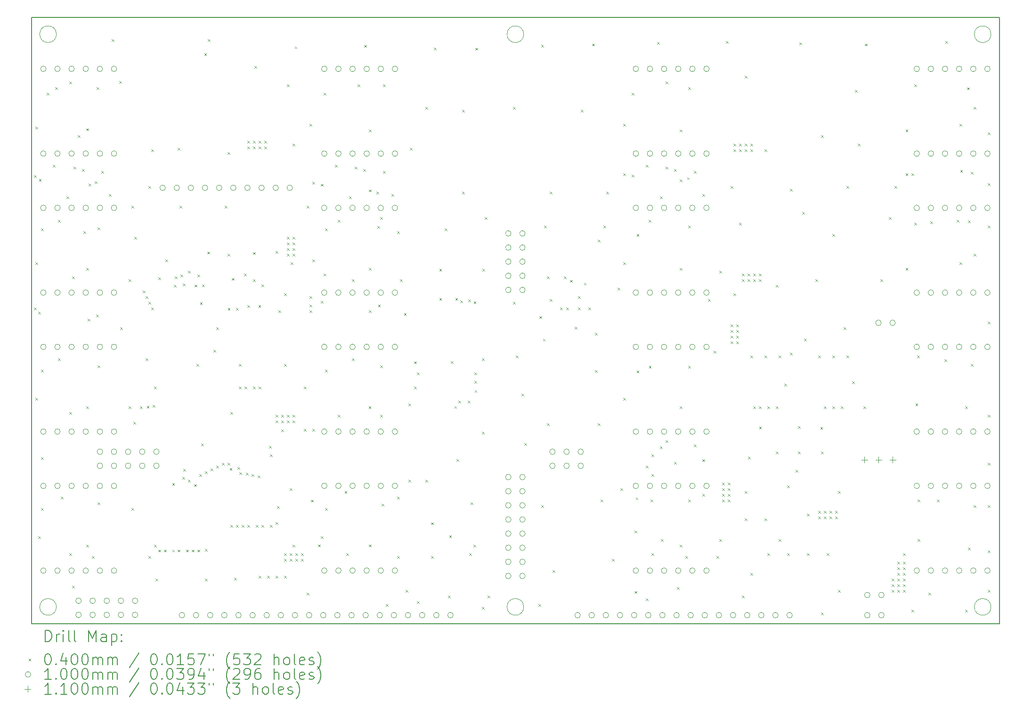
<source format=gbr>
%TF.GenerationSoftware,KiCad,Pcbnew,8.0.1-8.0.1-1~ubuntu22.04.1*%
%TF.CreationDate,2024-05-02T00:15:07-04:00*%
%TF.ProjectId,Claculator_Display,436c6163-756c-4617-946f-725f44697370,rev?*%
%TF.SameCoordinates,Original*%
%TF.FileFunction,Drillmap*%
%TF.FilePolarity,Positive*%
%FSLAX45Y45*%
G04 Gerber Fmt 4.5, Leading zero omitted, Abs format (unit mm)*
G04 Created by KiCad (PCBNEW 8.0.1-8.0.1-1~ubuntu22.04.1) date 2024-05-02 00:15:07*
%MOMM*%
%LPD*%
G01*
G04 APERTURE LIST*
%ADD10C,0.100000*%
%ADD11C,0.200000*%
%ADD12C,0.110000*%
G04 APERTURE END LIST*
D10*
X12348000Y-4410000D02*
G75*
G02*
X12048000Y-4410000I-150000J0D01*
G01*
X12048000Y-4410000D02*
G75*
G02*
X12348000Y-4410000I150000J0D01*
G01*
X20748000Y-4410000D02*
G75*
G02*
X20448000Y-4410000I-150000J0D01*
G01*
X20448000Y-4410000D02*
G75*
G02*
X20748000Y-4410000I150000J0D01*
G01*
D11*
X11898000Y-4110000D02*
X29298000Y-4110000D01*
X29298000Y-15010000D01*
X11898000Y-15010000D01*
X11898000Y-4110000D01*
D10*
X20748000Y-14710000D02*
G75*
G02*
X20448000Y-14710000I-150000J0D01*
G01*
X20448000Y-14710000D02*
G75*
G02*
X20748000Y-14710000I150000J0D01*
G01*
X12348000Y-14710000D02*
G75*
G02*
X12048000Y-14710000I-150000J0D01*
G01*
X12048000Y-14710000D02*
G75*
G02*
X12348000Y-14710000I150000J0D01*
G01*
X29148000Y-14710000D02*
G75*
G02*
X28848000Y-14710000I-150000J0D01*
G01*
X28848000Y-14710000D02*
G75*
G02*
X29148000Y-14710000I150000J0D01*
G01*
X29148000Y-4410000D02*
G75*
G02*
X28848000Y-4410000I-150000J0D01*
G01*
X28848000Y-4410000D02*
G75*
G02*
X29148000Y-4410000I150000J0D01*
G01*
D11*
D10*
X11943120Y-6946233D02*
X11983120Y-6986233D01*
X11983120Y-6946233D02*
X11943120Y-6986233D01*
X11947150Y-9327200D02*
X11987150Y-9367200D01*
X11987150Y-9327200D02*
X11947150Y-9367200D01*
X11968800Y-6076000D02*
X12008800Y-6116000D01*
X12008800Y-6076000D02*
X11968800Y-6116000D01*
X11968800Y-8514400D02*
X12008800Y-8554400D01*
X12008800Y-8514400D02*
X11968800Y-8554400D01*
X11968800Y-10952800D02*
X12008800Y-10992800D01*
X12008800Y-10952800D02*
X11968800Y-10992800D01*
X12019600Y-13442000D02*
X12059600Y-13482000D01*
X12059600Y-13442000D02*
X12019600Y-13482000D01*
X12020250Y-9399650D02*
X12060250Y-9439650D01*
X12060250Y-9399650D02*
X12020250Y-9439650D01*
X12033253Y-7016100D02*
X12073253Y-7056100D01*
X12073253Y-7016100D02*
X12033253Y-7056100D01*
X12070400Y-7904800D02*
X12110400Y-7944800D01*
X12110400Y-7904800D02*
X12070400Y-7944800D01*
X12070400Y-10444800D02*
X12110400Y-10484800D01*
X12110400Y-10444800D02*
X12070400Y-10484800D01*
X12070400Y-12019600D02*
X12110400Y-12059600D01*
X12110400Y-12019600D02*
X12070400Y-12059600D01*
X12070400Y-12934000D02*
X12110400Y-12974000D01*
X12110400Y-12934000D02*
X12070400Y-12974000D01*
X12172000Y-5466400D02*
X12212000Y-5506400D01*
X12212000Y-5466400D02*
X12172000Y-5506400D01*
X12284425Y-6758050D02*
X12324425Y-6798050D01*
X12324425Y-6758050D02*
X12284425Y-6798050D01*
X12324400Y-5364800D02*
X12364400Y-5404800D01*
X12364400Y-5364800D02*
X12324400Y-5404800D01*
X12375200Y-7752400D02*
X12415200Y-7792400D01*
X12415200Y-7752400D02*
X12375200Y-7792400D01*
X12375200Y-10241600D02*
X12415200Y-10281600D01*
X12415200Y-10241600D02*
X12375200Y-10281600D01*
X12426000Y-12730800D02*
X12466000Y-12770800D01*
X12466000Y-12730800D02*
X12426000Y-12770800D01*
X12527600Y-7324350D02*
X12567600Y-7364350D01*
X12567600Y-7324350D02*
X12527600Y-7364350D01*
X12578400Y-5263200D02*
X12618400Y-5303200D01*
X12618400Y-5263200D02*
X12578400Y-5303200D01*
X12578400Y-11206800D02*
X12618400Y-11246800D01*
X12618400Y-11206800D02*
X12578400Y-11246800D01*
X12578400Y-13746800D02*
X12618400Y-13786800D01*
X12618400Y-13746800D02*
X12578400Y-13786800D01*
X12629200Y-8768400D02*
X12669200Y-8808400D01*
X12669200Y-8768400D02*
X12629200Y-8808400D01*
X12630000Y-14330000D02*
X12670000Y-14370000D01*
X12670000Y-14330000D02*
X12630000Y-14370000D01*
X12655400Y-6795750D02*
X12695400Y-6835750D01*
X12695400Y-6795750D02*
X12655400Y-6835750D01*
X12730800Y-6228400D02*
X12770800Y-6268400D01*
X12770800Y-6228400D02*
X12730800Y-6268400D01*
X12809168Y-6836135D02*
X12849168Y-6876135D01*
X12849168Y-6836135D02*
X12809168Y-6876135D01*
X12832400Y-7955600D02*
X12872400Y-7995600D01*
X12872400Y-7955600D02*
X12832400Y-7995600D01*
X12883200Y-6102025D02*
X12923200Y-6142025D01*
X12923200Y-6102025D02*
X12883200Y-6142025D01*
X12883200Y-8616000D02*
X12923200Y-8656000D01*
X12923200Y-8616000D02*
X12883200Y-8656000D01*
X12883200Y-11105200D02*
X12923200Y-11145200D01*
X12923200Y-11105200D02*
X12883200Y-11145200D01*
X12883200Y-13594400D02*
X12923200Y-13634400D01*
X12923200Y-13594400D02*
X12883200Y-13634400D01*
X12911700Y-9530400D02*
X12951700Y-9570400D01*
X12951700Y-9530400D02*
X12911700Y-9570400D01*
X12928257Y-7098633D02*
X12968257Y-7138633D01*
X12968257Y-7098633D02*
X12928257Y-7138633D01*
X12984800Y-13797600D02*
X13024800Y-13837600D01*
X13024800Y-13797600D02*
X12984800Y-13837600D01*
X13035600Y-7053800D02*
X13075600Y-7093800D01*
X13075600Y-7053800D02*
X13035600Y-7093800D01*
X13061202Y-9450450D02*
X13101202Y-9490450D01*
X13101202Y-9450450D02*
X13061202Y-9490450D01*
X13071950Y-5364800D02*
X13111950Y-5404800D01*
X13111950Y-5364800D02*
X13071950Y-5404800D01*
X13086400Y-7882900D02*
X13126400Y-7922900D01*
X13126400Y-7882900D02*
X13086400Y-7922900D01*
X13086400Y-10365500D02*
X13126400Y-10405500D01*
X13126400Y-10365500D02*
X13086400Y-10405500D01*
X13086400Y-12832400D02*
X13126400Y-12872400D01*
X13126400Y-12832400D02*
X13086400Y-12872400D01*
X13155919Y-6871150D02*
X13195919Y-6911150D01*
X13195919Y-6871150D02*
X13155919Y-6911150D01*
X13289600Y-7286650D02*
X13329600Y-7326650D01*
X13329600Y-7286650D02*
X13289600Y-7326650D01*
X13340400Y-4501200D02*
X13380400Y-4541200D01*
X13380400Y-4501200D02*
X13340400Y-4541200D01*
X13480000Y-5255000D02*
X13520000Y-5295000D01*
X13520000Y-5255000D02*
X13480000Y-5295000D01*
X13492800Y-9682800D02*
X13532800Y-9722800D01*
X13532800Y-9682800D02*
X13492800Y-9722800D01*
X13645200Y-8819200D02*
X13685200Y-8859200D01*
X13685200Y-8819200D02*
X13645200Y-8859200D01*
X13645200Y-11105200D02*
X13685200Y-11145200D01*
X13685200Y-11105200D02*
X13645200Y-11145200D01*
X13696000Y-7498400D02*
X13736000Y-7538400D01*
X13736000Y-7498400D02*
X13696000Y-7538400D01*
X13696000Y-12934000D02*
X13736000Y-12974000D01*
X13736000Y-12934000D02*
X13696000Y-12974000D01*
X13730000Y-11380000D02*
X13770000Y-11420000D01*
X13770000Y-11380000D02*
X13730000Y-11420000D01*
X13746800Y-8057200D02*
X13786800Y-8097200D01*
X13786800Y-8057200D02*
X13746800Y-8097200D01*
X13852850Y-11100750D02*
X13892850Y-11140750D01*
X13892850Y-11100750D02*
X13852850Y-11140750D01*
X13899200Y-9022400D02*
X13939200Y-9062400D01*
X13939200Y-9022400D02*
X13899200Y-9062400D01*
X13950000Y-9124000D02*
X13990000Y-9164000D01*
X13990000Y-9124000D02*
X13950000Y-9164000D01*
X13950000Y-10241600D02*
X13990000Y-10281600D01*
X13990000Y-10241600D02*
X13950000Y-10281600D01*
X13971689Y-11092589D02*
X14011689Y-11132589D01*
X14011689Y-11092589D02*
X13971689Y-11132589D01*
X14000800Y-7142800D02*
X14040800Y-7182800D01*
X14040800Y-7142800D02*
X14000800Y-7182800D01*
X14000800Y-9225600D02*
X14040800Y-9265600D01*
X14040800Y-9225600D02*
X14000800Y-9265600D01*
X14000800Y-13797600D02*
X14040800Y-13837600D01*
X14040800Y-13797600D02*
X14000800Y-13837600D01*
X14051600Y-6482400D02*
X14091600Y-6522400D01*
X14091600Y-6482400D02*
X14051600Y-6522400D01*
X14051600Y-9327200D02*
X14091600Y-9367200D01*
X14091600Y-9327200D02*
X14051600Y-9367200D01*
X14081450Y-11075350D02*
X14121450Y-11115350D01*
X14121450Y-11075350D02*
X14081450Y-11115350D01*
X14102400Y-10749600D02*
X14142400Y-10789600D01*
X14142400Y-10749600D02*
X14102400Y-10789600D01*
X14102400Y-13594400D02*
X14142400Y-13634400D01*
X14142400Y-13594400D02*
X14102400Y-13634400D01*
X14130000Y-14204000D02*
X14170000Y-14244000D01*
X14170000Y-14204000D02*
X14130000Y-14244000D01*
X14180000Y-8780000D02*
X14220000Y-8820000D01*
X14220000Y-8780000D02*
X14180000Y-8820000D01*
X14180000Y-13680000D02*
X14220000Y-13720000D01*
X14220000Y-13680000D02*
X14180000Y-13720000D01*
X14280000Y-13680000D02*
X14320000Y-13720000D01*
X14320000Y-13680000D02*
X14280000Y-13720000D01*
X14305600Y-8463600D02*
X14345600Y-8503600D01*
X14345600Y-8463600D02*
X14305600Y-8503600D01*
X14430000Y-12480000D02*
X14470000Y-12520000D01*
X14470000Y-12480000D02*
X14430000Y-12520000D01*
X14430000Y-13680000D02*
X14470000Y-13720000D01*
X14470000Y-13680000D02*
X14430000Y-13720000D01*
X14458000Y-8920800D02*
X14498000Y-8960800D01*
X14498000Y-8920800D02*
X14458000Y-8960800D01*
X14475450Y-8768400D02*
X14515450Y-8808400D01*
X14515450Y-8768400D02*
X14475450Y-8808400D01*
X14530000Y-6455000D02*
X14570000Y-6495000D01*
X14570000Y-6455000D02*
X14530000Y-6495000D01*
X14530000Y-13680000D02*
X14570000Y-13720000D01*
X14570000Y-13680000D02*
X14530000Y-13720000D01*
X14559600Y-7498400D02*
X14599600Y-7538400D01*
X14599600Y-7498400D02*
X14559600Y-7538400D01*
X14580000Y-8730000D02*
X14620000Y-8770000D01*
X14620000Y-8730000D02*
X14580000Y-8770000D01*
X14610400Y-12375200D02*
X14650400Y-12415200D01*
X14650400Y-12375200D02*
X14610400Y-12415200D01*
X14620350Y-8893862D02*
X14660350Y-8933862D01*
X14660350Y-8893862D02*
X14620350Y-8933862D01*
X14630000Y-12230000D02*
X14670000Y-12270000D01*
X14670000Y-12230000D02*
X14630000Y-12270000D01*
X14680000Y-13680000D02*
X14720000Y-13720000D01*
X14720000Y-13680000D02*
X14680000Y-13720000D01*
X14712000Y-8666800D02*
X14752000Y-8706800D01*
X14752000Y-8666800D02*
X14712000Y-8706800D01*
X14712000Y-12426000D02*
X14752000Y-12466000D01*
X14752000Y-12426000D02*
X14712000Y-12466000D01*
X14780000Y-13680000D02*
X14820000Y-13720000D01*
X14820000Y-13680000D02*
X14780000Y-13720000D01*
X14823300Y-12502734D02*
X14863300Y-12542734D01*
X14863300Y-12502734D02*
X14823300Y-12542734D01*
X14829645Y-8913254D02*
X14869645Y-8953254D01*
X14869645Y-8913254D02*
X14829645Y-8953254D01*
X14864400Y-10343200D02*
X14904400Y-10383200D01*
X14904400Y-10343200D02*
X14864400Y-10383200D01*
X14880000Y-8730000D02*
X14920000Y-8770000D01*
X14920000Y-8730000D02*
X14880000Y-8770000D01*
X14880000Y-13680000D02*
X14920000Y-13720000D01*
X14920000Y-13680000D02*
X14880000Y-13720000D01*
X14915200Y-12324400D02*
X14955200Y-12364400D01*
X14955200Y-12324400D02*
X14915200Y-12364400D01*
X14930000Y-9230000D02*
X14970000Y-9270000D01*
X14970000Y-9230000D02*
X14930000Y-9270000D01*
X14948056Y-11774395D02*
X14988056Y-11814395D01*
X14988056Y-11774395D02*
X14948056Y-11814395D01*
X14965791Y-8911450D02*
X15005791Y-8951450D01*
X15005791Y-8911450D02*
X14965791Y-8951450D01*
X15005000Y-4755000D02*
X15045000Y-4795000D01*
X15045000Y-4755000D02*
X15005000Y-4795000D01*
X15016800Y-12273600D02*
X15056800Y-12313600D01*
X15056800Y-12273600D02*
X15016800Y-12313600D01*
X15016800Y-13668683D02*
X15056800Y-13708683D01*
X15056800Y-13668683D02*
X15016800Y-13708683D01*
X15016800Y-14204000D02*
X15056800Y-14244000D01*
X15056800Y-14204000D02*
X15016800Y-14244000D01*
X15060712Y-8321518D02*
X15100712Y-8361518D01*
X15100712Y-8321518D02*
X15060712Y-8361518D01*
X15067600Y-4501200D02*
X15107600Y-4541200D01*
X15107600Y-4501200D02*
X15067600Y-4541200D01*
X15118400Y-12222800D02*
X15158400Y-12262800D01*
X15158400Y-12222800D02*
X15118400Y-12262800D01*
X15169200Y-10089200D02*
X15209200Y-10129200D01*
X15209200Y-10089200D02*
X15169200Y-10129200D01*
X15220000Y-9682800D02*
X15260000Y-9722800D01*
X15260000Y-9682800D02*
X15220000Y-9722800D01*
X15220000Y-12172000D02*
X15260000Y-12212000D01*
X15260000Y-12172000D02*
X15220000Y-12212000D01*
X15321170Y-12120770D02*
X15361170Y-12160770D01*
X15361170Y-12120770D02*
X15321170Y-12160770D01*
X15372400Y-7498400D02*
X15412400Y-7538400D01*
X15412400Y-7498400D02*
X15372400Y-7538400D01*
X15423200Y-6533200D02*
X15463200Y-6573200D01*
X15463200Y-6533200D02*
X15423200Y-6573200D01*
X15423200Y-8362000D02*
X15463200Y-8402000D01*
X15463200Y-8362000D02*
X15423200Y-8402000D01*
X15423200Y-12121200D02*
X15463200Y-12161200D01*
X15463200Y-12121200D02*
X15423200Y-12161200D01*
X15430000Y-9330000D02*
X15470000Y-9370000D01*
X15470000Y-9330000D02*
X15430000Y-9370000D01*
X15461860Y-12213371D02*
X15501860Y-12253371D01*
X15501860Y-12213371D02*
X15461860Y-12253371D01*
X15474000Y-11206800D02*
X15514000Y-11246800D01*
X15514000Y-11206800D02*
X15474000Y-11246800D01*
X15474000Y-13238800D02*
X15514000Y-13278800D01*
X15514000Y-13238800D02*
X15474000Y-13278800D01*
X15498819Y-8795218D02*
X15538819Y-8835218D01*
X15538819Y-8795218D02*
X15498819Y-8835218D01*
X15540412Y-14182831D02*
X15580412Y-14222831D01*
X15580412Y-14182831D02*
X15540412Y-14222831D01*
X15575600Y-13238800D02*
X15615600Y-13278800D01*
X15615600Y-13238800D02*
X15575600Y-13278800D01*
X15580000Y-9330000D02*
X15620000Y-9370000D01*
X15620000Y-9330000D02*
X15580000Y-9370000D01*
X15599756Y-12194499D02*
X15639756Y-12234499D01*
X15639756Y-12194499D02*
X15599756Y-12234499D01*
X15626400Y-10343200D02*
X15666400Y-10383200D01*
X15666400Y-10343200D02*
X15626400Y-10383200D01*
X15626400Y-10749600D02*
X15666400Y-10789600D01*
X15666400Y-10749600D02*
X15626400Y-10789600D01*
X15639156Y-12286356D02*
X15679156Y-12326356D01*
X15679156Y-12286356D02*
X15639156Y-12326356D01*
X15677200Y-13238800D02*
X15717200Y-13278800D01*
X15717200Y-13238800D02*
X15677200Y-13278800D01*
X15722950Y-8717600D02*
X15762950Y-8757600D01*
X15762950Y-8717600D02*
X15722950Y-8757600D01*
X15728430Y-10749170D02*
X15768430Y-10789170D01*
X15768430Y-10749170D02*
X15728430Y-10789170D01*
X15752749Y-12298349D02*
X15792749Y-12338349D01*
X15792749Y-12298349D02*
X15752749Y-12338349D01*
X15778800Y-6330000D02*
X15818800Y-6370000D01*
X15818800Y-6330000D02*
X15778800Y-6370000D01*
X15778800Y-6431600D02*
X15818800Y-6471600D01*
X15818800Y-6431600D02*
X15778800Y-6471600D01*
X15778800Y-13238800D02*
X15818800Y-13278800D01*
X15818800Y-13238800D02*
X15778800Y-13278800D01*
X15780000Y-9280000D02*
X15820000Y-9320000D01*
X15820000Y-9280000D02*
X15780000Y-9320000D01*
X15857758Y-12320710D02*
X15897758Y-12360710D01*
X15897758Y-12320710D02*
X15857758Y-12360710D01*
X15879970Y-10749170D02*
X15919970Y-10789170D01*
X15919970Y-10749170D02*
X15879970Y-10789170D01*
X15880000Y-8330000D02*
X15920000Y-8370000D01*
X15920000Y-8330000D02*
X15880000Y-8370000D01*
X15880400Y-6330000D02*
X15920400Y-6370000D01*
X15920400Y-6330000D02*
X15880400Y-6370000D01*
X15880400Y-6431600D02*
X15920400Y-6471600D01*
X15920400Y-6431600D02*
X15880400Y-6471600D01*
X15880400Y-8819200D02*
X15920400Y-8859200D01*
X15920400Y-8819200D02*
X15880400Y-8859200D01*
X15905000Y-4980000D02*
X15945000Y-5020000D01*
X15945000Y-4980000D02*
X15905000Y-5020000D01*
X15931200Y-13238800D02*
X15971200Y-13278800D01*
X15971200Y-13238800D02*
X15931200Y-13278800D01*
X15966208Y-12344792D02*
X16006208Y-12384792D01*
X16006208Y-12344792D02*
X15966208Y-12384792D01*
X15980000Y-9280000D02*
X16020000Y-9320000D01*
X16020000Y-9280000D02*
X15980000Y-9320000D01*
X15982000Y-6330000D02*
X16022000Y-6370000D01*
X16022000Y-6330000D02*
X15982000Y-6370000D01*
X15982000Y-6431600D02*
X16022000Y-6471600D01*
X16022000Y-6431600D02*
X15982000Y-6471600D01*
X15982000Y-10749600D02*
X16022000Y-10789600D01*
X16022000Y-10749600D02*
X15982000Y-10789600D01*
X15982000Y-14153200D02*
X16022000Y-14193200D01*
X16022000Y-14153200D02*
X15982000Y-14193200D01*
X16033230Y-13238370D02*
X16073230Y-13278370D01*
X16073230Y-13238370D02*
X16033230Y-13278370D01*
X16033966Y-8910750D02*
X16073966Y-8950750D01*
X16073966Y-8910750D02*
X16033966Y-8950750D01*
X16083600Y-6330000D02*
X16123600Y-6370000D01*
X16123600Y-6330000D02*
X16083600Y-6370000D01*
X16083600Y-6431600D02*
X16123600Y-6471600D01*
X16123600Y-6431600D02*
X16083600Y-6471600D01*
X16134400Y-14153200D02*
X16174400Y-14193200D01*
X16174400Y-14153200D02*
X16134400Y-14193200D01*
X16169206Y-11815065D02*
X16209206Y-11855065D01*
X16209206Y-11815065D02*
X16169206Y-11855065D01*
X16185200Y-11968800D02*
X16225200Y-12008800D01*
X16225200Y-11968800D02*
X16185200Y-12008800D01*
X16185200Y-13238800D02*
X16225200Y-13278800D01*
X16225200Y-13238800D02*
X16185200Y-13278800D01*
X16286800Y-8311200D02*
X16326800Y-8351200D01*
X16326800Y-8311200D02*
X16286800Y-8351200D01*
X16286800Y-11257600D02*
X16326800Y-11297600D01*
X16326800Y-11257600D02*
X16286800Y-11297600D01*
X16286800Y-11359200D02*
X16326800Y-11399200D01*
X16326800Y-11359200D02*
X16286800Y-11399200D01*
X16286800Y-13188000D02*
X16326800Y-13228000D01*
X16326800Y-13188000D02*
X16286800Y-13228000D01*
X16286800Y-14153200D02*
X16326800Y-14193200D01*
X16326800Y-14153200D02*
X16286800Y-14193200D01*
X16313550Y-12896450D02*
X16353550Y-12936450D01*
X16353550Y-12896450D02*
X16313550Y-12936450D01*
X16337600Y-9378000D02*
X16377600Y-9418000D01*
X16377600Y-9378000D02*
X16337600Y-9418000D01*
X16388400Y-11257600D02*
X16428400Y-11297600D01*
X16428400Y-11257600D02*
X16388400Y-11297600D01*
X16388400Y-11359200D02*
X16428400Y-11399200D01*
X16428400Y-11359200D02*
X16388400Y-11399200D01*
X16390614Y-11518740D02*
X16430614Y-11558740D01*
X16430614Y-11518740D02*
X16390614Y-11558740D01*
X16439200Y-9073200D02*
X16479200Y-9113200D01*
X16479200Y-9073200D02*
X16439200Y-9113200D01*
X16439200Y-10343200D02*
X16479200Y-10383200D01*
X16479200Y-10343200D02*
X16439200Y-10383200D01*
X16439200Y-13746800D02*
X16479200Y-13786800D01*
X16479200Y-13746800D02*
X16439200Y-13786800D01*
X16439200Y-13848400D02*
X16479200Y-13888400D01*
X16479200Y-13848400D02*
X16439200Y-13888400D01*
X16439200Y-14153200D02*
X16479200Y-14193200D01*
X16479200Y-14153200D02*
X16439200Y-14193200D01*
X16490000Y-5314000D02*
X16530000Y-5354000D01*
X16530000Y-5314000D02*
X16490000Y-5354000D01*
X16490000Y-8057200D02*
X16530000Y-8097200D01*
X16530000Y-8057200D02*
X16490000Y-8097200D01*
X16490000Y-8158800D02*
X16530000Y-8198800D01*
X16530000Y-8158800D02*
X16490000Y-8198800D01*
X16490000Y-8260400D02*
X16530000Y-8300400D01*
X16530000Y-8260400D02*
X16490000Y-8300400D01*
X16490000Y-8362000D02*
X16530000Y-8402000D01*
X16530000Y-8362000D02*
X16490000Y-8402000D01*
X16490000Y-11257600D02*
X16530000Y-11297600D01*
X16530000Y-11257600D02*
X16490000Y-11297600D01*
X16490000Y-11359200D02*
X16530000Y-11399200D01*
X16530000Y-11359200D02*
X16490000Y-11399200D01*
X16540800Y-12578400D02*
X16580800Y-12618400D01*
X16580800Y-12578400D02*
X16540800Y-12618400D01*
X16540800Y-13746800D02*
X16580800Y-13786800D01*
X16580800Y-13746800D02*
X16540800Y-13786800D01*
X16540800Y-13848400D02*
X16580800Y-13888400D01*
X16580800Y-13848400D02*
X16540800Y-13888400D01*
X16559446Y-8514400D02*
X16599446Y-8554400D01*
X16599446Y-8514400D02*
X16559446Y-8554400D01*
X16591600Y-6380800D02*
X16631600Y-6420800D01*
X16631600Y-6380800D02*
X16591600Y-6420800D01*
X16591600Y-8057200D02*
X16631600Y-8097200D01*
X16631600Y-8057200D02*
X16591600Y-8097200D01*
X16591600Y-8158800D02*
X16631600Y-8198800D01*
X16631600Y-8158800D02*
X16591600Y-8198800D01*
X16591600Y-8260400D02*
X16631600Y-8300400D01*
X16631600Y-8260400D02*
X16591600Y-8300400D01*
X16591600Y-8362000D02*
X16631600Y-8402000D01*
X16631600Y-8362000D02*
X16591600Y-8402000D01*
X16591600Y-11257600D02*
X16631600Y-11297600D01*
X16631600Y-11257600D02*
X16591600Y-11297600D01*
X16591600Y-11359200D02*
X16631600Y-11399200D01*
X16631600Y-11359200D02*
X16591600Y-11399200D01*
X16591600Y-13594400D02*
X16631600Y-13634400D01*
X16631600Y-13594400D02*
X16591600Y-13634400D01*
X16630000Y-4630000D02*
X16670000Y-4670000D01*
X16670000Y-4630000D02*
X16630000Y-4670000D01*
X16642400Y-13746800D02*
X16682400Y-13786800D01*
X16682400Y-13746800D02*
X16642400Y-13786800D01*
X16642400Y-13848400D02*
X16682400Y-13888400D01*
X16682400Y-13848400D02*
X16642400Y-13888400D01*
X16744000Y-13746800D02*
X16784000Y-13786800D01*
X16784000Y-13746800D02*
X16744000Y-13786800D01*
X16744000Y-13848400D02*
X16784000Y-13888400D01*
X16784000Y-13848400D02*
X16744000Y-13888400D01*
X16794800Y-10749600D02*
X16834800Y-10789600D01*
X16834800Y-10749600D02*
X16794800Y-10789600D01*
X16794800Y-11511600D02*
X16834800Y-11551600D01*
X16834800Y-11511600D02*
X16794800Y-11551600D01*
X16845600Y-7498400D02*
X16885600Y-7538400D01*
X16885600Y-7498400D02*
X16845600Y-7538400D01*
X16845600Y-14458000D02*
X16885600Y-14498000D01*
X16885600Y-14458000D02*
X16845600Y-14498000D01*
X16896400Y-6025200D02*
X16936400Y-6065200D01*
X16936400Y-6025200D02*
X16896400Y-6065200D01*
X16896400Y-9124000D02*
X16936400Y-9164000D01*
X16936400Y-9124000D02*
X16896400Y-9164000D01*
X16896400Y-9276400D02*
X16936400Y-9316400D01*
X16936400Y-9276400D02*
X16896400Y-9316400D01*
X16896400Y-9378000D02*
X16936400Y-9418000D01*
X16936400Y-9378000D02*
X16896400Y-9418000D01*
X16925350Y-12782131D02*
X16965350Y-12822131D01*
X16965350Y-12782131D02*
X16925350Y-12822131D01*
X16947200Y-7062850D02*
X16987200Y-7102850D01*
X16987200Y-7062850D02*
X16947200Y-7102850D01*
X16947200Y-8463600D02*
X16987200Y-8503600D01*
X16987200Y-8463600D02*
X16947200Y-8503600D01*
X16947200Y-11511600D02*
X16987200Y-11551600D01*
X16987200Y-11511600D02*
X16947200Y-11551600D01*
X17048800Y-13587850D02*
X17088800Y-13627850D01*
X17088800Y-13587850D02*
X17048800Y-13627850D01*
X17098413Y-7101737D02*
X17138413Y-7141737D01*
X17138413Y-7101737D02*
X17098413Y-7141737D01*
X17099600Y-9203950D02*
X17139600Y-9243950D01*
X17139600Y-9203950D02*
X17099600Y-9243950D01*
X17099600Y-13442000D02*
X17139600Y-13482000D01*
X17139600Y-13442000D02*
X17099600Y-13482000D01*
X17150400Y-5466400D02*
X17190400Y-5506400D01*
X17190400Y-5466400D02*
X17150400Y-5506400D01*
X17150400Y-8717600D02*
X17190400Y-8757600D01*
X17190400Y-8717600D02*
X17150400Y-8757600D01*
X17178050Y-7904800D02*
X17218050Y-7944800D01*
X17218050Y-7904800D02*
X17178050Y-7944800D01*
X17178050Y-10444800D02*
X17218050Y-10484800D01*
X17218050Y-10444800D02*
X17178050Y-10484800D01*
X17178050Y-12934000D02*
X17218050Y-12974000D01*
X17218050Y-12934000D02*
X17178050Y-12974000D01*
X17353600Y-6758050D02*
X17393600Y-6798050D01*
X17393600Y-6758050D02*
X17353600Y-6798050D01*
X17404400Y-7752400D02*
X17444400Y-7792400D01*
X17444400Y-7752400D02*
X17404400Y-7792400D01*
X17404400Y-11257600D02*
X17444400Y-11297600D01*
X17444400Y-11257600D02*
X17404400Y-11297600D01*
X17529232Y-12627421D02*
X17569232Y-12667421D01*
X17569232Y-12627421D02*
X17529232Y-12667421D01*
X17556800Y-13746800D02*
X17596800Y-13786800D01*
X17596800Y-13746800D02*
X17556800Y-13786800D01*
X17607600Y-7324350D02*
X17647600Y-7364350D01*
X17647600Y-7324350D02*
X17607600Y-7364350D01*
X17658400Y-8819200D02*
X17698400Y-8859200D01*
X17698400Y-8819200D02*
X17658400Y-8859200D01*
X17658400Y-10241600D02*
X17698400Y-10281600D01*
X17698400Y-10241600D02*
X17658400Y-10281600D01*
X17709200Y-6795750D02*
X17749200Y-6835750D01*
X17749200Y-6795750D02*
X17709200Y-6835750D01*
X17760000Y-5314000D02*
X17800000Y-5354000D01*
X17800000Y-5314000D02*
X17760000Y-5354000D01*
X17861600Y-6833450D02*
X17901600Y-6873450D01*
X17901600Y-6833450D02*
X17861600Y-6873450D01*
X17880000Y-4605000D02*
X17920000Y-4645000D01*
X17920000Y-4605000D02*
X17880000Y-4645000D01*
X17959900Y-11101900D02*
X17999900Y-11141900D01*
X17999900Y-11101900D02*
X17959900Y-11141900D01*
X17963200Y-6126800D02*
X18003200Y-6166800D01*
X18003200Y-6126800D02*
X17963200Y-6166800D01*
X17963200Y-7204600D02*
X18003200Y-7244600D01*
X18003200Y-7204600D02*
X17963200Y-7244600D01*
X17963200Y-8616000D02*
X18003200Y-8656000D01*
X18003200Y-8616000D02*
X17963200Y-8656000D01*
X17963200Y-9378000D02*
X18003200Y-9418000D01*
X18003200Y-9378000D02*
X17963200Y-9418000D01*
X17963200Y-13587800D02*
X18003200Y-13627800D01*
X18003200Y-13587800D02*
X17963200Y-13627800D01*
X18102300Y-7244400D02*
X18142300Y-7284400D01*
X18142300Y-7244400D02*
X18102300Y-7284400D01*
X18115600Y-7860600D02*
X18155600Y-7900600D01*
X18155600Y-7860600D02*
X18115600Y-7900600D01*
X18128887Y-9272399D02*
X18168887Y-9312399D01*
X18168887Y-9272399D02*
X18128887Y-9312399D01*
X18166400Y-7701600D02*
X18206400Y-7741600D01*
X18206400Y-7701600D02*
X18166400Y-7741600D01*
X18166400Y-10365500D02*
X18206400Y-10405500D01*
X18206400Y-10365500D02*
X18166400Y-10405500D01*
X18166400Y-11257600D02*
X18206400Y-11297600D01*
X18206400Y-11257600D02*
X18166400Y-11297600D01*
X18191800Y-12857800D02*
X18231800Y-12897800D01*
X18231800Y-12857800D02*
X18191800Y-12897800D01*
X18217200Y-5314000D02*
X18257200Y-5354000D01*
X18257200Y-5314000D02*
X18217200Y-5354000D01*
X18217200Y-6871150D02*
X18257200Y-6911150D01*
X18257200Y-6871150D02*
X18217200Y-6911150D01*
X18268000Y-14661200D02*
X18308000Y-14701200D01*
X18308000Y-14661200D02*
X18268000Y-14701200D01*
X18369600Y-7286650D02*
X18409600Y-7326650D01*
X18409600Y-7286650D02*
X18369600Y-7326650D01*
X18471200Y-7955600D02*
X18511200Y-7995600D01*
X18511200Y-7955600D02*
X18471200Y-7995600D01*
X18471200Y-12730800D02*
X18511200Y-12770800D01*
X18511200Y-12730800D02*
X18471200Y-12770800D01*
X18471200Y-13797600D02*
X18511200Y-13837600D01*
X18511200Y-13797600D02*
X18471200Y-13837600D01*
X18522000Y-8819200D02*
X18562000Y-8859200D01*
X18562000Y-8819200D02*
X18522000Y-8859200D01*
X18594450Y-9428800D02*
X18634450Y-9468800D01*
X18634450Y-9428800D02*
X18594450Y-9468800D01*
X18623600Y-14407200D02*
X18663600Y-14447200D01*
X18663600Y-14407200D02*
X18623600Y-14447200D01*
X18674400Y-11054400D02*
X18714400Y-11094400D01*
X18714400Y-11054400D02*
X18674400Y-11094400D01*
X18674400Y-12426000D02*
X18714400Y-12466000D01*
X18714400Y-12426000D02*
X18674400Y-12466000D01*
X18699800Y-6457000D02*
X18739800Y-6497000D01*
X18739800Y-6457000D02*
X18699800Y-6497000D01*
X18776000Y-10749600D02*
X18816000Y-10789600D01*
X18816000Y-10749600D02*
X18776000Y-10789600D01*
X18777936Y-10293629D02*
X18817936Y-10333629D01*
X18817936Y-10293629D02*
X18777936Y-10333629D01*
X18826800Y-10495600D02*
X18866800Y-10535600D01*
X18866800Y-10495600D02*
X18826800Y-10535600D01*
X18826800Y-14610400D02*
X18866800Y-14650400D01*
X18866800Y-14610400D02*
X18826800Y-14650400D01*
X18979200Y-5720400D02*
X19019200Y-5760400D01*
X19019200Y-5720400D02*
X18979200Y-5760400D01*
X18979200Y-12426000D02*
X19019200Y-12466000D01*
X19019200Y-12426000D02*
X18979200Y-12466000D01*
X19080800Y-13797600D02*
X19120800Y-13837600D01*
X19120800Y-13797600D02*
X19080800Y-13837600D01*
X19083250Y-13190450D02*
X19123250Y-13230450D01*
X19123250Y-13190450D02*
X19083250Y-13230450D01*
X19131600Y-4653600D02*
X19171600Y-4693600D01*
X19171600Y-4653600D02*
X19131600Y-4693600D01*
X19230000Y-8630000D02*
X19270000Y-8670000D01*
X19270000Y-8630000D02*
X19230000Y-8670000D01*
X19230000Y-9153100D02*
X19270000Y-9193100D01*
X19270000Y-9153100D02*
X19230000Y-9193100D01*
X19330000Y-7905000D02*
X19370000Y-7945000D01*
X19370000Y-7905000D02*
X19330000Y-7945000D01*
X19385600Y-14508800D02*
X19425600Y-14548800D01*
X19425600Y-14508800D02*
X19385600Y-14548800D01*
X19408972Y-13421530D02*
X19448972Y-13461530D01*
X19448972Y-13421530D02*
X19408972Y-13461530D01*
X19436400Y-10292400D02*
X19476400Y-10332400D01*
X19476400Y-10292400D02*
X19436400Y-10332400D01*
X19501798Y-11098567D02*
X19541798Y-11138567D01*
X19541798Y-11098567D02*
X19501798Y-11138567D01*
X19517330Y-9152500D02*
X19557330Y-9192500D01*
X19557330Y-9152500D02*
X19517330Y-9192500D01*
X19540127Y-12052276D02*
X19580127Y-12092276D01*
X19580127Y-12052276D02*
X19540127Y-12092276D01*
X19573400Y-11003600D02*
X19613400Y-11043600D01*
X19613400Y-11003600D02*
X19573400Y-11043600D01*
X19607500Y-9197947D02*
X19647500Y-9237947D01*
X19647500Y-9197947D02*
X19607500Y-9237947D01*
X19639600Y-5771200D02*
X19679600Y-5811200D01*
X19679600Y-5771200D02*
X19639600Y-5811200D01*
X19639600Y-7244400D02*
X19679600Y-7284400D01*
X19679600Y-7244400D02*
X19639600Y-7284400D01*
X19741200Y-11003600D02*
X19781200Y-11043600D01*
X19781200Y-11003600D02*
X19741200Y-11043600D01*
X19752500Y-9180000D02*
X19792500Y-9220000D01*
X19792500Y-9180000D02*
X19752500Y-9220000D01*
X19770350Y-13746800D02*
X19810350Y-13786800D01*
X19810350Y-13746800D02*
X19770350Y-13786800D01*
X19792000Y-12832400D02*
X19832000Y-12872400D01*
X19832000Y-12832400D02*
X19792000Y-12872400D01*
X19842800Y-13594400D02*
X19882800Y-13634400D01*
X19882800Y-13594400D02*
X19842800Y-13634400D01*
X19848185Y-9212774D02*
X19888185Y-9252774D01*
X19888185Y-9212774D02*
X19848185Y-9252774D01*
X19861681Y-10648000D02*
X19901681Y-10688000D01*
X19901681Y-10648000D02*
X19861681Y-10688000D01*
X19861940Y-10495600D02*
X19901940Y-10535600D01*
X19901940Y-10495600D02*
X19861940Y-10535600D01*
X19865949Y-10809293D02*
X19905949Y-10849293D01*
X19905949Y-10809293D02*
X19865949Y-10849293D01*
X19880000Y-4655000D02*
X19920000Y-4695000D01*
X19920000Y-4655000D02*
X19880000Y-4695000D01*
X19995200Y-10241600D02*
X20035200Y-10281600D01*
X20035200Y-10241600D02*
X19995200Y-10281600D01*
X19995200Y-11562400D02*
X20035200Y-11602400D01*
X20035200Y-11562400D02*
X19995200Y-11602400D01*
X19995200Y-14712000D02*
X20035200Y-14752000D01*
X20035200Y-14712000D02*
X19995200Y-14752000D01*
X20005500Y-8630000D02*
X20045500Y-8670000D01*
X20045500Y-8630000D02*
X20005500Y-8670000D01*
X20046000Y-7701600D02*
X20086000Y-7741600D01*
X20086000Y-7701600D02*
X20046000Y-7741600D01*
X20096800Y-14508800D02*
X20136800Y-14548800D01*
X20136800Y-14508800D02*
X20096800Y-14548800D01*
X20554000Y-5720400D02*
X20594000Y-5760400D01*
X20594000Y-5720400D02*
X20554000Y-5760400D01*
X20554000Y-9225600D02*
X20594000Y-9265600D01*
X20594000Y-9225600D02*
X20554000Y-9265600D01*
X20604800Y-10190800D02*
X20644800Y-10230800D01*
X20644800Y-10190800D02*
X20604800Y-10230800D01*
X20706400Y-10876600D02*
X20746400Y-10916600D01*
X20746400Y-10876600D02*
X20706400Y-10916600D01*
X20757200Y-11765600D02*
X20797200Y-11805600D01*
X20797200Y-11765600D02*
X20757200Y-11805600D01*
X21011200Y-14661200D02*
X21051200Y-14701200D01*
X21051200Y-14661200D02*
X21011200Y-14701200D01*
X21030000Y-9480000D02*
X21070000Y-9520000D01*
X21070000Y-9480000D02*
X21030000Y-9520000D01*
X21062000Y-4602800D02*
X21102000Y-4642800D01*
X21102000Y-4602800D02*
X21062000Y-4642800D01*
X21062000Y-12883200D02*
X21102000Y-12923200D01*
X21102000Y-12883200D02*
X21062000Y-12923200D01*
X21094032Y-9887400D02*
X21134032Y-9927400D01*
X21134032Y-9887400D02*
X21094032Y-9927400D01*
X21112800Y-7854000D02*
X21152800Y-7894000D01*
X21152800Y-7854000D02*
X21112800Y-7894000D01*
X21163600Y-8768400D02*
X21203600Y-8808400D01*
X21203600Y-8768400D02*
X21163600Y-8808400D01*
X21163600Y-11410000D02*
X21203600Y-11450000D01*
X21203600Y-11410000D02*
X21163600Y-11450000D01*
X21214400Y-7244400D02*
X21254400Y-7284400D01*
X21254400Y-7244400D02*
X21214400Y-7284400D01*
X21214400Y-9174800D02*
X21254400Y-9214800D01*
X21254400Y-9174800D02*
X21214400Y-9214800D01*
X21265200Y-14051600D02*
X21305200Y-14091600D01*
X21305200Y-14051600D02*
X21265200Y-14091600D01*
X21400150Y-9327200D02*
X21440150Y-9367200D01*
X21440150Y-9327200D02*
X21400150Y-9367200D01*
X21468400Y-8768400D02*
X21508400Y-8808400D01*
X21508400Y-8768400D02*
X21468400Y-8808400D01*
X21509250Y-9327200D02*
X21549250Y-9367200D01*
X21549250Y-9327200D02*
X21509250Y-9367200D01*
X21580000Y-8830000D02*
X21620000Y-8870000D01*
X21620000Y-8830000D02*
X21580000Y-8870000D01*
X21667008Y-9669023D02*
X21707008Y-9709023D01*
X21707008Y-9669023D02*
X21667008Y-9709023D01*
X21722400Y-9124000D02*
X21762400Y-9164000D01*
X21762400Y-9124000D02*
X21722400Y-9164000D01*
X21722400Y-9327200D02*
X21762400Y-9367200D01*
X21762400Y-9327200D02*
X21722400Y-9367200D01*
X21773200Y-5771200D02*
X21813200Y-5811200D01*
X21813200Y-5771200D02*
X21773200Y-5811200D01*
X21830000Y-8880000D02*
X21870000Y-8920000D01*
X21870000Y-8880000D02*
X21830000Y-8920000D01*
X21910200Y-9327200D02*
X21950200Y-9367200D01*
X21950200Y-9327200D02*
X21910200Y-9367200D01*
X21980000Y-4580000D02*
X22020000Y-4620000D01*
X22020000Y-4580000D02*
X21980000Y-4620000D01*
X22027200Y-9784400D02*
X22067200Y-9824400D01*
X22067200Y-9784400D02*
X22027200Y-9824400D01*
X22027537Y-10448567D02*
X22067537Y-10488567D01*
X22067537Y-10448567D02*
X22027537Y-10488567D01*
X22078000Y-8108000D02*
X22118000Y-8148000D01*
X22118000Y-8108000D02*
X22078000Y-8148000D01*
X22078000Y-11410000D02*
X22118000Y-11450000D01*
X22118000Y-11410000D02*
X22078000Y-11450000D01*
X22128800Y-12781600D02*
X22168800Y-12821600D01*
X22168800Y-12781600D02*
X22128800Y-12821600D01*
X22179600Y-7854000D02*
X22219600Y-7894000D01*
X22219600Y-7854000D02*
X22179600Y-7894000D01*
X22230400Y-7244400D02*
X22270400Y-7284400D01*
X22270400Y-7244400D02*
X22230400Y-7284400D01*
X22332000Y-13848400D02*
X22372000Y-13888400D01*
X22372000Y-13848400D02*
X22332000Y-13888400D01*
X22433600Y-8971600D02*
X22473600Y-9011600D01*
X22473600Y-8971600D02*
X22433600Y-9011600D01*
X22484400Y-12578400D02*
X22524400Y-12618400D01*
X22524400Y-12578400D02*
X22484400Y-12618400D01*
X22535200Y-6025200D02*
X22575200Y-6065200D01*
X22575200Y-6025200D02*
X22535200Y-6065200D01*
X22535200Y-6910450D02*
X22575200Y-6950450D01*
X22575200Y-6910450D02*
X22535200Y-6950450D01*
X22535200Y-8514400D02*
X22575200Y-8554400D01*
X22575200Y-8514400D02*
X22535200Y-8554400D01*
X22535200Y-10952800D02*
X22575200Y-10992800D01*
X22575200Y-10952800D02*
X22535200Y-10992800D01*
X22687600Y-5466400D02*
X22727600Y-5506400D01*
X22727600Y-5466400D02*
X22687600Y-5506400D01*
X22687600Y-6939600D02*
X22727600Y-6979600D01*
X22727600Y-6939600D02*
X22687600Y-6979600D01*
X22738400Y-13340400D02*
X22778400Y-13380400D01*
X22778400Y-13340400D02*
X22738400Y-13380400D01*
X22741935Y-14425584D02*
X22781935Y-14465584D01*
X22781935Y-14425584D02*
X22741935Y-14465584D01*
X22761373Y-12741656D02*
X22801373Y-12781656D01*
X22801373Y-12741656D02*
X22761373Y-12781656D01*
X22778050Y-8006400D02*
X22818050Y-8046400D01*
X22818050Y-8006400D02*
X22778050Y-8046400D01*
X22778050Y-10458000D02*
X22818050Y-10498000D01*
X22818050Y-10458000D02*
X22778050Y-10498000D01*
X22941600Y-6758050D02*
X22981600Y-6798050D01*
X22981600Y-6758050D02*
X22941600Y-6798050D01*
X22941600Y-12172000D02*
X22981600Y-12212000D01*
X22981600Y-12172000D02*
X22941600Y-12212000D01*
X22941600Y-14559600D02*
X22981600Y-14599600D01*
X22981600Y-14559600D02*
X22941600Y-14599600D01*
X22992400Y-7752400D02*
X23032400Y-7792400D01*
X23032400Y-7752400D02*
X22992400Y-7792400D01*
X22998143Y-10374844D02*
X23038143Y-10414844D01*
X23038143Y-10374844D02*
X22998143Y-10414844D01*
X23029416Y-12781341D02*
X23069416Y-12821341D01*
X23069416Y-12781341D02*
X23029416Y-12821341D01*
X23043200Y-11968800D02*
X23083200Y-12008800D01*
X23083200Y-11968800D02*
X23043200Y-12008800D01*
X23043200Y-12324400D02*
X23083200Y-12364400D01*
X23083200Y-12324400D02*
X23043200Y-12364400D01*
X23043200Y-13746800D02*
X23083200Y-13786800D01*
X23083200Y-13746800D02*
X23043200Y-13786800D01*
X23144800Y-4552000D02*
X23184800Y-4592000D01*
X23184800Y-4552000D02*
X23144800Y-4592000D01*
X23195600Y-7324350D02*
X23235600Y-7364350D01*
X23235600Y-7324350D02*
X23195600Y-7364350D01*
X23195600Y-11823850D02*
X23235600Y-11863850D01*
X23235600Y-11823850D02*
X23195600Y-11863850D01*
X23215950Y-13492800D02*
X23255950Y-13532800D01*
X23255950Y-13492800D02*
X23215950Y-13532800D01*
X23297200Y-5263200D02*
X23337200Y-5303200D01*
X23337200Y-5263200D02*
X23297200Y-5303200D01*
X23297200Y-6795750D02*
X23337200Y-6835750D01*
X23337200Y-6795750D02*
X23297200Y-6835750D01*
X23297200Y-11714800D02*
X23337200Y-11754800D01*
X23337200Y-11714800D02*
X23297200Y-11754800D01*
X23449600Y-6838000D02*
X23489600Y-6878000D01*
X23489600Y-6838000D02*
X23449600Y-6878000D01*
X23449600Y-12098619D02*
X23489600Y-12138619D01*
X23489600Y-12098619D02*
X23449600Y-12138619D01*
X23500400Y-14356400D02*
X23540400Y-14396400D01*
X23540400Y-14356400D02*
X23500400Y-14396400D01*
X23551200Y-6126800D02*
X23591200Y-6166800D01*
X23591200Y-6126800D02*
X23551200Y-6166800D01*
X23551200Y-7020650D02*
X23591200Y-7060650D01*
X23591200Y-7020650D02*
X23551200Y-7060650D01*
X23551200Y-8616000D02*
X23591200Y-8656000D01*
X23591200Y-8616000D02*
X23551200Y-8656000D01*
X23551200Y-11105200D02*
X23591200Y-11145200D01*
X23591200Y-11105200D02*
X23551200Y-11145200D01*
X23551200Y-13594400D02*
X23591200Y-13634400D01*
X23591200Y-13594400D02*
X23551200Y-13634400D01*
X23652800Y-13797600D02*
X23692800Y-13837600D01*
X23692800Y-13797600D02*
X23652800Y-13837600D01*
X23684950Y-6982950D02*
X23724950Y-7022950D01*
X23724950Y-6982950D02*
X23684950Y-7022950D01*
X23702834Y-10371533D02*
X23742834Y-10411533D01*
X23742834Y-10371533D02*
X23702834Y-10411533D01*
X23703600Y-5364800D02*
X23743600Y-5404800D01*
X23743600Y-5364800D02*
X23703600Y-5404800D01*
X23703600Y-7854000D02*
X23743600Y-7894000D01*
X23743600Y-7854000D02*
X23703600Y-7894000D01*
X23703600Y-12781600D02*
X23743600Y-12821600D01*
X23743600Y-12781600D02*
X23703600Y-12821600D01*
X23805200Y-6871150D02*
X23845200Y-6911150D01*
X23845200Y-6871150D02*
X23805200Y-6911150D01*
X23805200Y-11786150D02*
X23845200Y-11826150D01*
X23845200Y-11786150D02*
X23805200Y-11826150D01*
X23957600Y-7286650D02*
X23997600Y-7326650D01*
X23997600Y-7286650D02*
X23957600Y-7326650D01*
X23957600Y-12054550D02*
X23997600Y-12094550D01*
X23997600Y-12054550D02*
X23957600Y-12094550D01*
X23957600Y-12680000D02*
X23997600Y-12720000D01*
X23997600Y-12680000D02*
X23957600Y-12720000D01*
X24059200Y-9174800D02*
X24099200Y-9214800D01*
X24099200Y-9174800D02*
X24059200Y-9214800D01*
X24160800Y-10101370D02*
X24200800Y-10141370D01*
X24200800Y-10101370D02*
X24160800Y-10141370D01*
X24211600Y-13797600D02*
X24251600Y-13837600D01*
X24251600Y-13797600D02*
X24211600Y-13837600D01*
X24262400Y-8666800D02*
X24302400Y-8706800D01*
X24302400Y-8666800D02*
X24262400Y-8706800D01*
X24262400Y-13492800D02*
X24302400Y-13532800D01*
X24302400Y-13492800D02*
X24262400Y-13532800D01*
X24313200Y-12476800D02*
X24353200Y-12516800D01*
X24353200Y-12476800D02*
X24313200Y-12516800D01*
X24313200Y-12578400D02*
X24353200Y-12618400D01*
X24353200Y-12578400D02*
X24313200Y-12618400D01*
X24313200Y-12680000D02*
X24353200Y-12720000D01*
X24353200Y-12680000D02*
X24313200Y-12720000D01*
X24313200Y-12781600D02*
X24353200Y-12821600D01*
X24353200Y-12781600D02*
X24313200Y-12821600D01*
X24380000Y-4530000D02*
X24420000Y-4570000D01*
X24420000Y-4530000D02*
X24380000Y-4570000D01*
X24414800Y-12476800D02*
X24454800Y-12516800D01*
X24454800Y-12476800D02*
X24414800Y-12516800D01*
X24414800Y-12578400D02*
X24454800Y-12618400D01*
X24454800Y-12578400D02*
X24414800Y-12618400D01*
X24414800Y-12680000D02*
X24454800Y-12720000D01*
X24454800Y-12680000D02*
X24414800Y-12720000D01*
X24414800Y-12781600D02*
X24454800Y-12821600D01*
X24454800Y-12781600D02*
X24414800Y-12821600D01*
X24465600Y-7142800D02*
X24505600Y-7182800D01*
X24505600Y-7142800D02*
X24465600Y-7182800D01*
X24465600Y-9632000D02*
X24505600Y-9672000D01*
X24505600Y-9632000D02*
X24465600Y-9672000D01*
X24465600Y-9733600D02*
X24505600Y-9773600D01*
X24505600Y-9733600D02*
X24465600Y-9773600D01*
X24465600Y-9835200D02*
X24505600Y-9875200D01*
X24505600Y-9835200D02*
X24465600Y-9875200D01*
X24465600Y-9936800D02*
X24505600Y-9976800D01*
X24505600Y-9936800D02*
X24465600Y-9976800D01*
X24516400Y-6380800D02*
X24556400Y-6420800D01*
X24556400Y-6380800D02*
X24516400Y-6420800D01*
X24516400Y-6482400D02*
X24556400Y-6522400D01*
X24556400Y-6482400D02*
X24516400Y-6522400D01*
X24516400Y-9073200D02*
X24556400Y-9113200D01*
X24556400Y-9073200D02*
X24516400Y-9113200D01*
X24567200Y-9632000D02*
X24607200Y-9672000D01*
X24607200Y-9632000D02*
X24567200Y-9672000D01*
X24567200Y-9733600D02*
X24607200Y-9773600D01*
X24607200Y-9733600D02*
X24567200Y-9773600D01*
X24567200Y-9835200D02*
X24607200Y-9875200D01*
X24607200Y-9835200D02*
X24567200Y-9875200D01*
X24567200Y-9936800D02*
X24607200Y-9976800D01*
X24607200Y-9936800D02*
X24567200Y-9976800D01*
X24618000Y-6380800D02*
X24658000Y-6420800D01*
X24658000Y-6380800D02*
X24618000Y-6420800D01*
X24618000Y-6482400D02*
X24658000Y-6522400D01*
X24658000Y-6482400D02*
X24618000Y-6522400D01*
X24618000Y-7803200D02*
X24658000Y-7843200D01*
X24658000Y-7803200D02*
X24618000Y-7843200D01*
X24668800Y-8717600D02*
X24708800Y-8757600D01*
X24708800Y-8717600D02*
X24668800Y-8757600D01*
X24668800Y-8819200D02*
X24708800Y-8859200D01*
X24708800Y-8819200D02*
X24668800Y-8859200D01*
X24668800Y-14508800D02*
X24708800Y-14548800D01*
X24708800Y-14508800D02*
X24668800Y-14548800D01*
X24719600Y-5161600D02*
X24759600Y-5201600D01*
X24759600Y-5161600D02*
X24719600Y-5201600D01*
X24719600Y-6380800D02*
X24759600Y-6420800D01*
X24759600Y-6380800D02*
X24719600Y-6420800D01*
X24719600Y-6482400D02*
X24759600Y-6522400D01*
X24759600Y-6482400D02*
X24719600Y-6522400D01*
X24719600Y-12629200D02*
X24759600Y-12669200D01*
X24759600Y-12629200D02*
X24719600Y-12669200D01*
X24719600Y-13115550D02*
X24759600Y-13155550D01*
X24759600Y-13115550D02*
X24719600Y-13155550D01*
X24770400Y-8717600D02*
X24810400Y-8757600D01*
X24810400Y-8717600D02*
X24770400Y-8757600D01*
X24770400Y-8819200D02*
X24810400Y-8859200D01*
X24810400Y-8819200D02*
X24770400Y-8859200D01*
X24780000Y-12009500D02*
X24820000Y-12049500D01*
X24820000Y-12009500D02*
X24780000Y-12049500D01*
X24821200Y-6380800D02*
X24861200Y-6420800D01*
X24861200Y-6380800D02*
X24821200Y-6420800D01*
X24821200Y-6482400D02*
X24861200Y-6522400D01*
X24861200Y-6482400D02*
X24821200Y-6522400D01*
X24821200Y-10190800D02*
X24861200Y-10230800D01*
X24861200Y-10190800D02*
X24821200Y-10230800D01*
X24821200Y-14102400D02*
X24861200Y-14142400D01*
X24861200Y-14102400D02*
X24821200Y-14142400D01*
X24872000Y-8717600D02*
X24912000Y-8757600D01*
X24912000Y-8717600D02*
X24872000Y-8757600D01*
X24872000Y-8819200D02*
X24912000Y-8859200D01*
X24912000Y-8819200D02*
X24872000Y-8859200D01*
X24872000Y-11105200D02*
X24912000Y-11145200D01*
X24912000Y-11105200D02*
X24872000Y-11145200D01*
X24973600Y-8717600D02*
X25013600Y-8757600D01*
X25013600Y-8717600D02*
X24973600Y-8757600D01*
X24973600Y-8819200D02*
X25013600Y-8859200D01*
X25013600Y-8819200D02*
X24973600Y-8859200D01*
X24973600Y-11105200D02*
X25013600Y-11145200D01*
X25013600Y-11105200D02*
X24973600Y-11145200D01*
X24980000Y-11467400D02*
X25020000Y-11507400D01*
X25020000Y-11467400D02*
X24980000Y-11507400D01*
X25075200Y-6482400D02*
X25115200Y-6522400D01*
X25115200Y-6482400D02*
X25075200Y-6522400D01*
X25075200Y-10190800D02*
X25115200Y-10230800D01*
X25115200Y-10190800D02*
X25075200Y-10230800D01*
X25075200Y-13115550D02*
X25115200Y-13155550D01*
X25115200Y-13115550D02*
X25075200Y-13155550D01*
X25126000Y-11105200D02*
X25166000Y-11145200D01*
X25166000Y-11105200D02*
X25126000Y-11145200D01*
X25126000Y-13746800D02*
X25166000Y-13786800D01*
X25166000Y-13746800D02*
X25126000Y-13786800D01*
X25278400Y-8920800D02*
X25318400Y-8960800D01*
X25318400Y-8920800D02*
X25278400Y-8960800D01*
X25278400Y-11105200D02*
X25318400Y-11145200D01*
X25318400Y-11105200D02*
X25278400Y-11145200D01*
X25280000Y-11918000D02*
X25320000Y-11958000D01*
X25320000Y-11918000D02*
X25280000Y-11958000D01*
X25329200Y-10190800D02*
X25369200Y-10230800D01*
X25369200Y-10190800D02*
X25329200Y-10230800D01*
X25329200Y-13492800D02*
X25369200Y-13532800D01*
X25369200Y-13492800D02*
X25329200Y-13532800D01*
X25430800Y-10698800D02*
X25470800Y-10738800D01*
X25470800Y-10698800D02*
X25430800Y-10738800D01*
X25481600Y-12527600D02*
X25521600Y-12567600D01*
X25521600Y-12527600D02*
X25481600Y-12567600D01*
X25481600Y-13746800D02*
X25521600Y-13786800D01*
X25521600Y-13746800D02*
X25481600Y-13786800D01*
X25532400Y-7193600D02*
X25572400Y-7233600D01*
X25572400Y-7193600D02*
X25532400Y-7233600D01*
X25532400Y-10140000D02*
X25572400Y-10180000D01*
X25572400Y-10140000D02*
X25532400Y-10180000D01*
X25637853Y-12247253D02*
X25677853Y-12287253D01*
X25677853Y-12247253D02*
X25637853Y-12287253D01*
X25680000Y-11460800D02*
X25720000Y-11500800D01*
X25720000Y-11460800D02*
X25680000Y-11500800D01*
X25680000Y-11918000D02*
X25720000Y-11958000D01*
X25720000Y-11918000D02*
X25680000Y-11958000D01*
X25705000Y-4555000D02*
X25745000Y-4595000D01*
X25745000Y-4555000D02*
X25705000Y-4595000D01*
X25755000Y-7605000D02*
X25795000Y-7645000D01*
X25795000Y-7605000D02*
X25755000Y-7645000D01*
X25786400Y-9886000D02*
X25826400Y-9926000D01*
X25826400Y-9886000D02*
X25786400Y-9926000D01*
X25837200Y-13035600D02*
X25877200Y-13075600D01*
X25877200Y-13035600D02*
X25837200Y-13075600D01*
X25837200Y-13746800D02*
X25877200Y-13786800D01*
X25877200Y-13746800D02*
X25837200Y-13786800D01*
X25989600Y-8819200D02*
X26029600Y-8859200D01*
X26029600Y-8819200D02*
X25989600Y-8859200D01*
X26040400Y-10190800D02*
X26080400Y-10230800D01*
X26080400Y-10190800D02*
X26040400Y-10230800D01*
X26040400Y-12984800D02*
X26080400Y-13024800D01*
X26080400Y-12984800D02*
X26040400Y-13024800D01*
X26040400Y-13086400D02*
X26080400Y-13126400D01*
X26080400Y-13086400D02*
X26040400Y-13126400D01*
X26079649Y-11473235D02*
X26119649Y-11513235D01*
X26119649Y-11473235D02*
X26079649Y-11513235D01*
X26090269Y-11918000D02*
X26130269Y-11958000D01*
X26130269Y-11918000D02*
X26090269Y-11958000D01*
X26091200Y-6228400D02*
X26131200Y-6268400D01*
X26131200Y-6228400D02*
X26091200Y-6268400D01*
X26091200Y-14813600D02*
X26131200Y-14853600D01*
X26131200Y-14813600D02*
X26091200Y-14853600D01*
X26142000Y-11105200D02*
X26182000Y-11145200D01*
X26182000Y-11105200D02*
X26142000Y-11145200D01*
X26142000Y-12984800D02*
X26182000Y-13024800D01*
X26182000Y-12984800D02*
X26142000Y-13024800D01*
X26142000Y-13086400D02*
X26182000Y-13126400D01*
X26182000Y-13086400D02*
X26142000Y-13126400D01*
X26192800Y-13746800D02*
X26232800Y-13786800D01*
X26232800Y-13746800D02*
X26192800Y-13786800D01*
X26243600Y-12984800D02*
X26283600Y-13024800D01*
X26283600Y-12984800D02*
X26243600Y-13024800D01*
X26243600Y-13086400D02*
X26283600Y-13126400D01*
X26283600Y-13086400D02*
X26243600Y-13126400D01*
X26294400Y-8006400D02*
X26334400Y-8046400D01*
X26334400Y-8006400D02*
X26294400Y-8046400D01*
X26294400Y-10190800D02*
X26334400Y-10230800D01*
X26334400Y-10190800D02*
X26294400Y-10230800D01*
X26294400Y-11105200D02*
X26334400Y-11145200D01*
X26334400Y-11105200D02*
X26294400Y-11145200D01*
X26345200Y-12984800D02*
X26385200Y-13024800D01*
X26385200Y-12984800D02*
X26345200Y-13024800D01*
X26345200Y-13086400D02*
X26385200Y-13126400D01*
X26385200Y-13086400D02*
X26345200Y-13126400D01*
X26396000Y-12629200D02*
X26436000Y-12669200D01*
X26436000Y-12629200D02*
X26396000Y-12669200D01*
X26396000Y-14407200D02*
X26436000Y-14447200D01*
X26436000Y-14407200D02*
X26396000Y-14447200D01*
X26446800Y-11105200D02*
X26486800Y-11145200D01*
X26486800Y-11105200D02*
X26446800Y-11145200D01*
X26497600Y-9682800D02*
X26537600Y-9722800D01*
X26537600Y-9682800D02*
X26497600Y-9722800D01*
X26548400Y-7142800D02*
X26588400Y-7182800D01*
X26588400Y-7142800D02*
X26548400Y-7182800D01*
X26548400Y-10190800D02*
X26588400Y-10230800D01*
X26588400Y-10190800D02*
X26548400Y-10230800D01*
X26654449Y-10652299D02*
X26694449Y-10692299D01*
X26694449Y-10652299D02*
X26654449Y-10692299D01*
X26700800Y-5415600D02*
X26740800Y-5455600D01*
X26740800Y-5415600D02*
X26700800Y-5455600D01*
X26751600Y-6380800D02*
X26791600Y-6420800D01*
X26791600Y-6380800D02*
X26751600Y-6420800D01*
X26853200Y-11105200D02*
X26893200Y-11145200D01*
X26893200Y-11105200D02*
X26853200Y-11145200D01*
X26880000Y-4580000D02*
X26920000Y-4620000D01*
X26920000Y-4580000D02*
X26880000Y-4620000D01*
X27158000Y-8819200D02*
X27198000Y-8859200D01*
X27198000Y-8819200D02*
X27158000Y-8859200D01*
X27310400Y-7701600D02*
X27350400Y-7741600D01*
X27350400Y-7701600D02*
X27310400Y-7741600D01*
X27361200Y-14204000D02*
X27401200Y-14244000D01*
X27401200Y-14204000D02*
X27361200Y-14244000D01*
X27361200Y-14305600D02*
X27401200Y-14345600D01*
X27401200Y-14305600D02*
X27361200Y-14345600D01*
X27361200Y-14407200D02*
X27401200Y-14447200D01*
X27401200Y-14407200D02*
X27361200Y-14447200D01*
X27412000Y-7142800D02*
X27452000Y-7182800D01*
X27452000Y-7142800D02*
X27412000Y-7182800D01*
X27462800Y-13899200D02*
X27502800Y-13939200D01*
X27502800Y-13899200D02*
X27462800Y-13939200D01*
X27462800Y-14000800D02*
X27502800Y-14040800D01*
X27502800Y-14000800D02*
X27462800Y-14040800D01*
X27462800Y-14102400D02*
X27502800Y-14142400D01*
X27502800Y-14102400D02*
X27462800Y-14142400D01*
X27462800Y-14204000D02*
X27502800Y-14244000D01*
X27502800Y-14204000D02*
X27462800Y-14244000D01*
X27462800Y-14305600D02*
X27502800Y-14345600D01*
X27502800Y-14305600D02*
X27462800Y-14345600D01*
X27462800Y-14407200D02*
X27502800Y-14447200D01*
X27502800Y-14407200D02*
X27462800Y-14447200D01*
X27564400Y-13746800D02*
X27604400Y-13786800D01*
X27604400Y-13746800D02*
X27564400Y-13786800D01*
X27564400Y-13899200D02*
X27604400Y-13939200D01*
X27604400Y-13899200D02*
X27564400Y-13939200D01*
X27564400Y-14000800D02*
X27604400Y-14040800D01*
X27604400Y-14000800D02*
X27564400Y-14040800D01*
X27564400Y-14102400D02*
X27604400Y-14142400D01*
X27604400Y-14102400D02*
X27564400Y-14142400D01*
X27564400Y-14204000D02*
X27604400Y-14244000D01*
X27604400Y-14204000D02*
X27564400Y-14244000D01*
X27564400Y-14305600D02*
X27604400Y-14345600D01*
X27604400Y-14305600D02*
X27564400Y-14345600D01*
X27564400Y-14407200D02*
X27604400Y-14447200D01*
X27604400Y-14407200D02*
X27564400Y-14447200D01*
X27613050Y-6126800D02*
X27653050Y-6166800D01*
X27653050Y-6126800D02*
X27613050Y-6166800D01*
X27613050Y-6910450D02*
X27653050Y-6950450D01*
X27653050Y-6910450D02*
X27613050Y-6950450D01*
X27613050Y-8616000D02*
X27653050Y-8656000D01*
X27653050Y-8616000D02*
X27613050Y-8656000D01*
X27716800Y-14762800D02*
X27756800Y-14802800D01*
X27756800Y-14762800D02*
X27716800Y-14802800D01*
X27720250Y-6910490D02*
X27760250Y-6950490D01*
X27760250Y-6910490D02*
X27720250Y-6950490D01*
X27767600Y-5314000D02*
X27807600Y-5354000D01*
X27807600Y-5314000D02*
X27767600Y-5354000D01*
X27767600Y-7803200D02*
X27807600Y-7843200D01*
X27807600Y-7803200D02*
X27767600Y-7843200D01*
X27790350Y-11054400D02*
X27830350Y-11094400D01*
X27830350Y-11054400D02*
X27790350Y-11094400D01*
X27818400Y-10190800D02*
X27858400Y-10230800D01*
X27858400Y-10190800D02*
X27818400Y-10230800D01*
X27828050Y-12781600D02*
X27868050Y-12821600D01*
X27868050Y-12781600D02*
X27828050Y-12821600D01*
X27828050Y-13492800D02*
X27868050Y-13532800D01*
X27868050Y-13492800D02*
X27828050Y-13532800D01*
X28021600Y-14458000D02*
X28061600Y-14498000D01*
X28061600Y-14458000D02*
X28021600Y-14498000D01*
X28055553Y-7773841D02*
X28095553Y-7813841D01*
X28095553Y-7773841D02*
X28055553Y-7813841D01*
X28174000Y-12781600D02*
X28214000Y-12821600D01*
X28214000Y-12781600D02*
X28174000Y-12821600D01*
X28311547Y-10256347D02*
X28351547Y-10296347D01*
X28351547Y-10256347D02*
X28311547Y-10296347D01*
X28330000Y-4530000D02*
X28370000Y-4570000D01*
X28370000Y-4530000D02*
X28330000Y-4570000D01*
X28529600Y-7752400D02*
X28569600Y-7792400D01*
X28569600Y-7752400D02*
X28529600Y-7792400D01*
X28580400Y-6025200D02*
X28620400Y-6065200D01*
X28620400Y-6025200D02*
X28580400Y-6065200D01*
X28580400Y-8514400D02*
X28620400Y-8554400D01*
X28620400Y-8514400D02*
X28580400Y-8554400D01*
X28595430Y-6853030D02*
X28635430Y-6893030D01*
X28635430Y-6853030D02*
X28595430Y-6893030D01*
X28682000Y-11105200D02*
X28722000Y-11145200D01*
X28722000Y-11105200D02*
X28682000Y-11145200D01*
X28682000Y-14762800D02*
X28722000Y-14802800D01*
X28722000Y-14762800D02*
X28682000Y-14802800D01*
X28717306Y-5365229D02*
X28757306Y-5405229D01*
X28757306Y-5365229D02*
X28717306Y-5405229D01*
X28732800Y-13645200D02*
X28772800Y-13685200D01*
X28772800Y-13645200D02*
X28732800Y-13685200D01*
X28736629Y-7758526D02*
X28776629Y-7798526D01*
X28776629Y-7758526D02*
X28736629Y-7798526D01*
X28783600Y-6888800D02*
X28823600Y-6928800D01*
X28823600Y-6888800D02*
X28783600Y-6928800D01*
X28783600Y-10343200D02*
X28823600Y-10383200D01*
X28823600Y-10343200D02*
X28783600Y-10383200D01*
X28834400Y-5720400D02*
X28874400Y-5760400D01*
X28874400Y-5720400D02*
X28834400Y-5760400D01*
X28834400Y-8362000D02*
X28874400Y-8402000D01*
X28874400Y-8362000D02*
X28834400Y-8402000D01*
X28834400Y-12883200D02*
X28874400Y-12923200D01*
X28874400Y-12883200D02*
X28834400Y-12923200D01*
X29088400Y-6177600D02*
X29128400Y-6217600D01*
X29128400Y-6177600D02*
X29088400Y-6217600D01*
X29088400Y-7092000D02*
X29128400Y-7132000D01*
X29128400Y-7092000D02*
X29088400Y-7132000D01*
X29088400Y-7854000D02*
X29128400Y-7894000D01*
X29128400Y-7854000D02*
X29088400Y-7894000D01*
X29088400Y-9581200D02*
X29128400Y-9621200D01*
X29128400Y-9581200D02*
X29088400Y-9621200D01*
X29088400Y-11257600D02*
X29128400Y-11297600D01*
X29128400Y-11257600D02*
X29088400Y-11297600D01*
X29088400Y-12121200D02*
X29128400Y-12161200D01*
X29128400Y-12121200D02*
X29088400Y-12161200D01*
X29088400Y-12883200D02*
X29128400Y-12923200D01*
X29128400Y-12883200D02*
X29088400Y-12923200D01*
X29088400Y-13696000D02*
X29128400Y-13736000D01*
X29128400Y-13696000D02*
X29088400Y-13736000D01*
X29088400Y-14407200D02*
X29128400Y-14447200D01*
X29128400Y-14407200D02*
X29088400Y-14447200D01*
X12163000Y-5033000D02*
G75*
G02*
X12063000Y-5033000I-50000J0D01*
G01*
X12063000Y-5033000D02*
G75*
G02*
X12163000Y-5033000I50000J0D01*
G01*
X12163000Y-6557000D02*
G75*
G02*
X12063000Y-6557000I-50000J0D01*
G01*
X12063000Y-6557000D02*
G75*
G02*
X12163000Y-6557000I50000J0D01*
G01*
X12163000Y-7533000D02*
G75*
G02*
X12063000Y-7533000I-50000J0D01*
G01*
X12063000Y-7533000D02*
G75*
G02*
X12163000Y-7533000I50000J0D01*
G01*
X12163000Y-9057000D02*
G75*
G02*
X12063000Y-9057000I-50000J0D01*
G01*
X12063000Y-9057000D02*
G75*
G02*
X12163000Y-9057000I50000J0D01*
G01*
X12163000Y-10033000D02*
G75*
G02*
X12063000Y-10033000I-50000J0D01*
G01*
X12063000Y-10033000D02*
G75*
G02*
X12163000Y-10033000I50000J0D01*
G01*
X12163000Y-11557000D02*
G75*
G02*
X12063000Y-11557000I-50000J0D01*
G01*
X12063000Y-11557000D02*
G75*
G02*
X12163000Y-11557000I50000J0D01*
G01*
X12163000Y-12533000D02*
G75*
G02*
X12063000Y-12533000I-50000J0D01*
G01*
X12063000Y-12533000D02*
G75*
G02*
X12163000Y-12533000I50000J0D01*
G01*
X12163000Y-14057000D02*
G75*
G02*
X12063000Y-14057000I-50000J0D01*
G01*
X12063000Y-14057000D02*
G75*
G02*
X12163000Y-14057000I50000J0D01*
G01*
X12417000Y-5033000D02*
G75*
G02*
X12317000Y-5033000I-50000J0D01*
G01*
X12317000Y-5033000D02*
G75*
G02*
X12417000Y-5033000I50000J0D01*
G01*
X12417000Y-6557000D02*
G75*
G02*
X12317000Y-6557000I-50000J0D01*
G01*
X12317000Y-6557000D02*
G75*
G02*
X12417000Y-6557000I50000J0D01*
G01*
X12417000Y-7533000D02*
G75*
G02*
X12317000Y-7533000I-50000J0D01*
G01*
X12317000Y-7533000D02*
G75*
G02*
X12417000Y-7533000I50000J0D01*
G01*
X12417000Y-9057000D02*
G75*
G02*
X12317000Y-9057000I-50000J0D01*
G01*
X12317000Y-9057000D02*
G75*
G02*
X12417000Y-9057000I50000J0D01*
G01*
X12417000Y-10033000D02*
G75*
G02*
X12317000Y-10033000I-50000J0D01*
G01*
X12317000Y-10033000D02*
G75*
G02*
X12417000Y-10033000I50000J0D01*
G01*
X12417000Y-11557000D02*
G75*
G02*
X12317000Y-11557000I-50000J0D01*
G01*
X12317000Y-11557000D02*
G75*
G02*
X12417000Y-11557000I50000J0D01*
G01*
X12417000Y-12533000D02*
G75*
G02*
X12317000Y-12533000I-50000J0D01*
G01*
X12317000Y-12533000D02*
G75*
G02*
X12417000Y-12533000I50000J0D01*
G01*
X12417000Y-14057000D02*
G75*
G02*
X12317000Y-14057000I-50000J0D01*
G01*
X12317000Y-14057000D02*
G75*
G02*
X12417000Y-14057000I50000J0D01*
G01*
X12671000Y-5033000D02*
G75*
G02*
X12571000Y-5033000I-50000J0D01*
G01*
X12571000Y-5033000D02*
G75*
G02*
X12671000Y-5033000I50000J0D01*
G01*
X12671000Y-6557000D02*
G75*
G02*
X12571000Y-6557000I-50000J0D01*
G01*
X12571000Y-6557000D02*
G75*
G02*
X12671000Y-6557000I50000J0D01*
G01*
X12671000Y-7533000D02*
G75*
G02*
X12571000Y-7533000I-50000J0D01*
G01*
X12571000Y-7533000D02*
G75*
G02*
X12671000Y-7533000I50000J0D01*
G01*
X12671000Y-9057000D02*
G75*
G02*
X12571000Y-9057000I-50000J0D01*
G01*
X12571000Y-9057000D02*
G75*
G02*
X12671000Y-9057000I50000J0D01*
G01*
X12671000Y-10033000D02*
G75*
G02*
X12571000Y-10033000I-50000J0D01*
G01*
X12571000Y-10033000D02*
G75*
G02*
X12671000Y-10033000I50000J0D01*
G01*
X12671000Y-11557000D02*
G75*
G02*
X12571000Y-11557000I-50000J0D01*
G01*
X12571000Y-11557000D02*
G75*
G02*
X12671000Y-11557000I50000J0D01*
G01*
X12671000Y-12533000D02*
G75*
G02*
X12571000Y-12533000I-50000J0D01*
G01*
X12571000Y-12533000D02*
G75*
G02*
X12671000Y-12533000I50000J0D01*
G01*
X12671000Y-14057000D02*
G75*
G02*
X12571000Y-14057000I-50000J0D01*
G01*
X12571000Y-14057000D02*
G75*
G02*
X12671000Y-14057000I50000J0D01*
G01*
X12796000Y-14600000D02*
G75*
G02*
X12696000Y-14600000I-50000J0D01*
G01*
X12696000Y-14600000D02*
G75*
G02*
X12796000Y-14600000I50000J0D01*
G01*
X12796000Y-14854000D02*
G75*
G02*
X12696000Y-14854000I-50000J0D01*
G01*
X12696000Y-14854000D02*
G75*
G02*
X12796000Y-14854000I50000J0D01*
G01*
X12925000Y-5033000D02*
G75*
G02*
X12825000Y-5033000I-50000J0D01*
G01*
X12825000Y-5033000D02*
G75*
G02*
X12925000Y-5033000I50000J0D01*
G01*
X12925000Y-6557000D02*
G75*
G02*
X12825000Y-6557000I-50000J0D01*
G01*
X12825000Y-6557000D02*
G75*
G02*
X12925000Y-6557000I50000J0D01*
G01*
X12925000Y-7533000D02*
G75*
G02*
X12825000Y-7533000I-50000J0D01*
G01*
X12825000Y-7533000D02*
G75*
G02*
X12925000Y-7533000I50000J0D01*
G01*
X12925000Y-9057000D02*
G75*
G02*
X12825000Y-9057000I-50000J0D01*
G01*
X12825000Y-9057000D02*
G75*
G02*
X12925000Y-9057000I50000J0D01*
G01*
X12925000Y-10033000D02*
G75*
G02*
X12825000Y-10033000I-50000J0D01*
G01*
X12825000Y-10033000D02*
G75*
G02*
X12925000Y-10033000I50000J0D01*
G01*
X12925000Y-11557000D02*
G75*
G02*
X12825000Y-11557000I-50000J0D01*
G01*
X12825000Y-11557000D02*
G75*
G02*
X12925000Y-11557000I50000J0D01*
G01*
X12925000Y-12533000D02*
G75*
G02*
X12825000Y-12533000I-50000J0D01*
G01*
X12825000Y-12533000D02*
G75*
G02*
X12925000Y-12533000I50000J0D01*
G01*
X12925000Y-14057000D02*
G75*
G02*
X12825000Y-14057000I-50000J0D01*
G01*
X12825000Y-14057000D02*
G75*
G02*
X12925000Y-14057000I50000J0D01*
G01*
X13050000Y-14600000D02*
G75*
G02*
X12950000Y-14600000I-50000J0D01*
G01*
X12950000Y-14600000D02*
G75*
G02*
X13050000Y-14600000I50000J0D01*
G01*
X13050000Y-14854000D02*
G75*
G02*
X12950000Y-14854000I-50000J0D01*
G01*
X12950000Y-14854000D02*
G75*
G02*
X13050000Y-14854000I50000J0D01*
G01*
X13179000Y-5033000D02*
G75*
G02*
X13079000Y-5033000I-50000J0D01*
G01*
X13079000Y-5033000D02*
G75*
G02*
X13179000Y-5033000I50000J0D01*
G01*
X13179000Y-6557000D02*
G75*
G02*
X13079000Y-6557000I-50000J0D01*
G01*
X13079000Y-6557000D02*
G75*
G02*
X13179000Y-6557000I50000J0D01*
G01*
X13179000Y-7533000D02*
G75*
G02*
X13079000Y-7533000I-50000J0D01*
G01*
X13079000Y-7533000D02*
G75*
G02*
X13179000Y-7533000I50000J0D01*
G01*
X13179000Y-9057000D02*
G75*
G02*
X13079000Y-9057000I-50000J0D01*
G01*
X13079000Y-9057000D02*
G75*
G02*
X13179000Y-9057000I50000J0D01*
G01*
X13179000Y-10033000D02*
G75*
G02*
X13079000Y-10033000I-50000J0D01*
G01*
X13079000Y-10033000D02*
G75*
G02*
X13179000Y-10033000I50000J0D01*
G01*
X13179000Y-11557000D02*
G75*
G02*
X13079000Y-11557000I-50000J0D01*
G01*
X13079000Y-11557000D02*
G75*
G02*
X13179000Y-11557000I50000J0D01*
G01*
X13179000Y-11918000D02*
G75*
G02*
X13079000Y-11918000I-50000J0D01*
G01*
X13079000Y-11918000D02*
G75*
G02*
X13179000Y-11918000I50000J0D01*
G01*
X13179000Y-12172000D02*
G75*
G02*
X13079000Y-12172000I-50000J0D01*
G01*
X13079000Y-12172000D02*
G75*
G02*
X13179000Y-12172000I50000J0D01*
G01*
X13179000Y-12533000D02*
G75*
G02*
X13079000Y-12533000I-50000J0D01*
G01*
X13079000Y-12533000D02*
G75*
G02*
X13179000Y-12533000I50000J0D01*
G01*
X13179000Y-14057000D02*
G75*
G02*
X13079000Y-14057000I-50000J0D01*
G01*
X13079000Y-14057000D02*
G75*
G02*
X13179000Y-14057000I50000J0D01*
G01*
X13304000Y-14600000D02*
G75*
G02*
X13204000Y-14600000I-50000J0D01*
G01*
X13204000Y-14600000D02*
G75*
G02*
X13304000Y-14600000I50000J0D01*
G01*
X13304000Y-14854000D02*
G75*
G02*
X13204000Y-14854000I-50000J0D01*
G01*
X13204000Y-14854000D02*
G75*
G02*
X13304000Y-14854000I50000J0D01*
G01*
X13433000Y-5033000D02*
G75*
G02*
X13333000Y-5033000I-50000J0D01*
G01*
X13333000Y-5033000D02*
G75*
G02*
X13433000Y-5033000I50000J0D01*
G01*
X13433000Y-6557000D02*
G75*
G02*
X13333000Y-6557000I-50000J0D01*
G01*
X13333000Y-6557000D02*
G75*
G02*
X13433000Y-6557000I50000J0D01*
G01*
X13433000Y-7533000D02*
G75*
G02*
X13333000Y-7533000I-50000J0D01*
G01*
X13333000Y-7533000D02*
G75*
G02*
X13433000Y-7533000I50000J0D01*
G01*
X13433000Y-9057000D02*
G75*
G02*
X13333000Y-9057000I-50000J0D01*
G01*
X13333000Y-9057000D02*
G75*
G02*
X13433000Y-9057000I50000J0D01*
G01*
X13433000Y-10033000D02*
G75*
G02*
X13333000Y-10033000I-50000J0D01*
G01*
X13333000Y-10033000D02*
G75*
G02*
X13433000Y-10033000I50000J0D01*
G01*
X13433000Y-11557000D02*
G75*
G02*
X13333000Y-11557000I-50000J0D01*
G01*
X13333000Y-11557000D02*
G75*
G02*
X13433000Y-11557000I50000J0D01*
G01*
X13433000Y-11918000D02*
G75*
G02*
X13333000Y-11918000I-50000J0D01*
G01*
X13333000Y-11918000D02*
G75*
G02*
X13433000Y-11918000I50000J0D01*
G01*
X13433000Y-12172000D02*
G75*
G02*
X13333000Y-12172000I-50000J0D01*
G01*
X13333000Y-12172000D02*
G75*
G02*
X13433000Y-12172000I50000J0D01*
G01*
X13433000Y-12533000D02*
G75*
G02*
X13333000Y-12533000I-50000J0D01*
G01*
X13333000Y-12533000D02*
G75*
G02*
X13433000Y-12533000I50000J0D01*
G01*
X13433000Y-14057000D02*
G75*
G02*
X13333000Y-14057000I-50000J0D01*
G01*
X13333000Y-14057000D02*
G75*
G02*
X13433000Y-14057000I50000J0D01*
G01*
X13558000Y-14600000D02*
G75*
G02*
X13458000Y-14600000I-50000J0D01*
G01*
X13458000Y-14600000D02*
G75*
G02*
X13558000Y-14600000I50000J0D01*
G01*
X13558000Y-14854000D02*
G75*
G02*
X13458000Y-14854000I-50000J0D01*
G01*
X13458000Y-14854000D02*
G75*
G02*
X13558000Y-14854000I50000J0D01*
G01*
X13687000Y-11918000D02*
G75*
G02*
X13587000Y-11918000I-50000J0D01*
G01*
X13587000Y-11918000D02*
G75*
G02*
X13687000Y-11918000I50000J0D01*
G01*
X13687000Y-12172000D02*
G75*
G02*
X13587000Y-12172000I-50000J0D01*
G01*
X13587000Y-12172000D02*
G75*
G02*
X13687000Y-12172000I50000J0D01*
G01*
X13812000Y-14600000D02*
G75*
G02*
X13712000Y-14600000I-50000J0D01*
G01*
X13712000Y-14600000D02*
G75*
G02*
X13812000Y-14600000I50000J0D01*
G01*
X13812000Y-14854000D02*
G75*
G02*
X13712000Y-14854000I-50000J0D01*
G01*
X13712000Y-14854000D02*
G75*
G02*
X13812000Y-14854000I50000J0D01*
G01*
X13941000Y-11918000D02*
G75*
G02*
X13841000Y-11918000I-50000J0D01*
G01*
X13841000Y-11918000D02*
G75*
G02*
X13941000Y-11918000I50000J0D01*
G01*
X13941000Y-12172000D02*
G75*
G02*
X13841000Y-12172000I-50000J0D01*
G01*
X13841000Y-12172000D02*
G75*
G02*
X13941000Y-12172000I50000J0D01*
G01*
X14195000Y-11918000D02*
G75*
G02*
X14095000Y-11918000I-50000J0D01*
G01*
X14095000Y-11918000D02*
G75*
G02*
X14195000Y-11918000I50000J0D01*
G01*
X14195000Y-12172000D02*
G75*
G02*
X14095000Y-12172000I-50000J0D01*
G01*
X14095000Y-12172000D02*
G75*
G02*
X14195000Y-12172000I50000J0D01*
G01*
X14307650Y-7171434D02*
G75*
G02*
X14207650Y-7171434I-50000J0D01*
G01*
X14207650Y-7171434D02*
G75*
G02*
X14307650Y-7171434I50000J0D01*
G01*
X14561650Y-7171434D02*
G75*
G02*
X14461650Y-7171434I-50000J0D01*
G01*
X14461650Y-7171434D02*
G75*
G02*
X14561650Y-7171434I50000J0D01*
G01*
X14655000Y-14859000D02*
G75*
G02*
X14555000Y-14859000I-50000J0D01*
G01*
X14555000Y-14859000D02*
G75*
G02*
X14655000Y-14859000I50000J0D01*
G01*
X14815650Y-7171434D02*
G75*
G02*
X14715650Y-7171434I-50000J0D01*
G01*
X14715650Y-7171434D02*
G75*
G02*
X14815650Y-7171434I50000J0D01*
G01*
X14909000Y-14859000D02*
G75*
G02*
X14809000Y-14859000I-50000J0D01*
G01*
X14809000Y-14859000D02*
G75*
G02*
X14909000Y-14859000I50000J0D01*
G01*
X15069650Y-7171434D02*
G75*
G02*
X14969650Y-7171434I-50000J0D01*
G01*
X14969650Y-7171434D02*
G75*
G02*
X15069650Y-7171434I50000J0D01*
G01*
X15163000Y-14859000D02*
G75*
G02*
X15063000Y-14859000I-50000J0D01*
G01*
X15063000Y-14859000D02*
G75*
G02*
X15163000Y-14859000I50000J0D01*
G01*
X15323650Y-7171434D02*
G75*
G02*
X15223650Y-7171434I-50000J0D01*
G01*
X15223650Y-7171434D02*
G75*
G02*
X15323650Y-7171434I50000J0D01*
G01*
X15417000Y-14859000D02*
G75*
G02*
X15317000Y-14859000I-50000J0D01*
G01*
X15317000Y-14859000D02*
G75*
G02*
X15417000Y-14859000I50000J0D01*
G01*
X15577650Y-7171434D02*
G75*
G02*
X15477650Y-7171434I-50000J0D01*
G01*
X15477650Y-7171434D02*
G75*
G02*
X15577650Y-7171434I50000J0D01*
G01*
X15671000Y-14859000D02*
G75*
G02*
X15571000Y-14859000I-50000J0D01*
G01*
X15571000Y-14859000D02*
G75*
G02*
X15671000Y-14859000I50000J0D01*
G01*
X15831650Y-7171434D02*
G75*
G02*
X15731650Y-7171434I-50000J0D01*
G01*
X15731650Y-7171434D02*
G75*
G02*
X15831650Y-7171434I50000J0D01*
G01*
X15925000Y-14859000D02*
G75*
G02*
X15825000Y-14859000I-50000J0D01*
G01*
X15825000Y-14859000D02*
G75*
G02*
X15925000Y-14859000I50000J0D01*
G01*
X16085650Y-7171434D02*
G75*
G02*
X15985650Y-7171434I-50000J0D01*
G01*
X15985650Y-7171434D02*
G75*
G02*
X16085650Y-7171434I50000J0D01*
G01*
X16179000Y-14859000D02*
G75*
G02*
X16079000Y-14859000I-50000J0D01*
G01*
X16079000Y-14859000D02*
G75*
G02*
X16179000Y-14859000I50000J0D01*
G01*
X16339650Y-7171434D02*
G75*
G02*
X16239650Y-7171434I-50000J0D01*
G01*
X16239650Y-7171434D02*
G75*
G02*
X16339650Y-7171434I50000J0D01*
G01*
X16433000Y-14859000D02*
G75*
G02*
X16333000Y-14859000I-50000J0D01*
G01*
X16333000Y-14859000D02*
G75*
G02*
X16433000Y-14859000I50000J0D01*
G01*
X16593650Y-7171434D02*
G75*
G02*
X16493650Y-7171434I-50000J0D01*
G01*
X16493650Y-7171434D02*
G75*
G02*
X16593650Y-7171434I50000J0D01*
G01*
X16687000Y-14859000D02*
G75*
G02*
X16587000Y-14859000I-50000J0D01*
G01*
X16587000Y-14859000D02*
G75*
G02*
X16687000Y-14859000I50000J0D01*
G01*
X16941000Y-14859000D02*
G75*
G02*
X16841000Y-14859000I-50000J0D01*
G01*
X16841000Y-14859000D02*
G75*
G02*
X16941000Y-14859000I50000J0D01*
G01*
X17195000Y-14859000D02*
G75*
G02*
X17095000Y-14859000I-50000J0D01*
G01*
X17095000Y-14859000D02*
G75*
G02*
X17195000Y-14859000I50000J0D01*
G01*
X17213000Y-5033000D02*
G75*
G02*
X17113000Y-5033000I-50000J0D01*
G01*
X17113000Y-5033000D02*
G75*
G02*
X17213000Y-5033000I50000J0D01*
G01*
X17213000Y-6557000D02*
G75*
G02*
X17113000Y-6557000I-50000J0D01*
G01*
X17113000Y-6557000D02*
G75*
G02*
X17213000Y-6557000I50000J0D01*
G01*
X17213000Y-7533000D02*
G75*
G02*
X17113000Y-7533000I-50000J0D01*
G01*
X17113000Y-7533000D02*
G75*
G02*
X17213000Y-7533000I50000J0D01*
G01*
X17213000Y-9057000D02*
G75*
G02*
X17113000Y-9057000I-50000J0D01*
G01*
X17113000Y-9057000D02*
G75*
G02*
X17213000Y-9057000I50000J0D01*
G01*
X17213000Y-10033000D02*
G75*
G02*
X17113000Y-10033000I-50000J0D01*
G01*
X17113000Y-10033000D02*
G75*
G02*
X17213000Y-10033000I50000J0D01*
G01*
X17213000Y-11557000D02*
G75*
G02*
X17113000Y-11557000I-50000J0D01*
G01*
X17113000Y-11557000D02*
G75*
G02*
X17213000Y-11557000I50000J0D01*
G01*
X17213000Y-12533000D02*
G75*
G02*
X17113000Y-12533000I-50000J0D01*
G01*
X17113000Y-12533000D02*
G75*
G02*
X17213000Y-12533000I50000J0D01*
G01*
X17213000Y-14057000D02*
G75*
G02*
X17113000Y-14057000I-50000J0D01*
G01*
X17113000Y-14057000D02*
G75*
G02*
X17213000Y-14057000I50000J0D01*
G01*
X17449000Y-14859000D02*
G75*
G02*
X17349000Y-14859000I-50000J0D01*
G01*
X17349000Y-14859000D02*
G75*
G02*
X17449000Y-14859000I50000J0D01*
G01*
X17467000Y-5033000D02*
G75*
G02*
X17367000Y-5033000I-50000J0D01*
G01*
X17367000Y-5033000D02*
G75*
G02*
X17467000Y-5033000I50000J0D01*
G01*
X17467000Y-6557000D02*
G75*
G02*
X17367000Y-6557000I-50000J0D01*
G01*
X17367000Y-6557000D02*
G75*
G02*
X17467000Y-6557000I50000J0D01*
G01*
X17467000Y-7533000D02*
G75*
G02*
X17367000Y-7533000I-50000J0D01*
G01*
X17367000Y-7533000D02*
G75*
G02*
X17467000Y-7533000I50000J0D01*
G01*
X17467000Y-9057000D02*
G75*
G02*
X17367000Y-9057000I-50000J0D01*
G01*
X17367000Y-9057000D02*
G75*
G02*
X17467000Y-9057000I50000J0D01*
G01*
X17467000Y-10033000D02*
G75*
G02*
X17367000Y-10033000I-50000J0D01*
G01*
X17367000Y-10033000D02*
G75*
G02*
X17467000Y-10033000I50000J0D01*
G01*
X17467000Y-11557000D02*
G75*
G02*
X17367000Y-11557000I-50000J0D01*
G01*
X17367000Y-11557000D02*
G75*
G02*
X17467000Y-11557000I50000J0D01*
G01*
X17467000Y-12533000D02*
G75*
G02*
X17367000Y-12533000I-50000J0D01*
G01*
X17367000Y-12533000D02*
G75*
G02*
X17467000Y-12533000I50000J0D01*
G01*
X17467000Y-14057000D02*
G75*
G02*
X17367000Y-14057000I-50000J0D01*
G01*
X17367000Y-14057000D02*
G75*
G02*
X17467000Y-14057000I50000J0D01*
G01*
X17703000Y-14859000D02*
G75*
G02*
X17603000Y-14859000I-50000J0D01*
G01*
X17603000Y-14859000D02*
G75*
G02*
X17703000Y-14859000I50000J0D01*
G01*
X17721000Y-5033000D02*
G75*
G02*
X17621000Y-5033000I-50000J0D01*
G01*
X17621000Y-5033000D02*
G75*
G02*
X17721000Y-5033000I50000J0D01*
G01*
X17721000Y-6557000D02*
G75*
G02*
X17621000Y-6557000I-50000J0D01*
G01*
X17621000Y-6557000D02*
G75*
G02*
X17721000Y-6557000I50000J0D01*
G01*
X17721000Y-7533000D02*
G75*
G02*
X17621000Y-7533000I-50000J0D01*
G01*
X17621000Y-7533000D02*
G75*
G02*
X17721000Y-7533000I50000J0D01*
G01*
X17721000Y-9057000D02*
G75*
G02*
X17621000Y-9057000I-50000J0D01*
G01*
X17621000Y-9057000D02*
G75*
G02*
X17721000Y-9057000I50000J0D01*
G01*
X17721000Y-10033000D02*
G75*
G02*
X17621000Y-10033000I-50000J0D01*
G01*
X17621000Y-10033000D02*
G75*
G02*
X17721000Y-10033000I50000J0D01*
G01*
X17721000Y-11557000D02*
G75*
G02*
X17621000Y-11557000I-50000J0D01*
G01*
X17621000Y-11557000D02*
G75*
G02*
X17721000Y-11557000I50000J0D01*
G01*
X17721000Y-12533000D02*
G75*
G02*
X17621000Y-12533000I-50000J0D01*
G01*
X17621000Y-12533000D02*
G75*
G02*
X17721000Y-12533000I50000J0D01*
G01*
X17721000Y-14057000D02*
G75*
G02*
X17621000Y-14057000I-50000J0D01*
G01*
X17621000Y-14057000D02*
G75*
G02*
X17721000Y-14057000I50000J0D01*
G01*
X17957000Y-14859000D02*
G75*
G02*
X17857000Y-14859000I-50000J0D01*
G01*
X17857000Y-14859000D02*
G75*
G02*
X17957000Y-14859000I50000J0D01*
G01*
X17975000Y-5033000D02*
G75*
G02*
X17875000Y-5033000I-50000J0D01*
G01*
X17875000Y-5033000D02*
G75*
G02*
X17975000Y-5033000I50000J0D01*
G01*
X17975000Y-6557000D02*
G75*
G02*
X17875000Y-6557000I-50000J0D01*
G01*
X17875000Y-6557000D02*
G75*
G02*
X17975000Y-6557000I50000J0D01*
G01*
X17975000Y-7533000D02*
G75*
G02*
X17875000Y-7533000I-50000J0D01*
G01*
X17875000Y-7533000D02*
G75*
G02*
X17975000Y-7533000I50000J0D01*
G01*
X17975000Y-9057000D02*
G75*
G02*
X17875000Y-9057000I-50000J0D01*
G01*
X17875000Y-9057000D02*
G75*
G02*
X17975000Y-9057000I50000J0D01*
G01*
X17975000Y-10033000D02*
G75*
G02*
X17875000Y-10033000I-50000J0D01*
G01*
X17875000Y-10033000D02*
G75*
G02*
X17975000Y-10033000I50000J0D01*
G01*
X17975000Y-11557000D02*
G75*
G02*
X17875000Y-11557000I-50000J0D01*
G01*
X17875000Y-11557000D02*
G75*
G02*
X17975000Y-11557000I50000J0D01*
G01*
X17975000Y-12533000D02*
G75*
G02*
X17875000Y-12533000I-50000J0D01*
G01*
X17875000Y-12533000D02*
G75*
G02*
X17975000Y-12533000I50000J0D01*
G01*
X17975000Y-14057000D02*
G75*
G02*
X17875000Y-14057000I-50000J0D01*
G01*
X17875000Y-14057000D02*
G75*
G02*
X17975000Y-14057000I50000J0D01*
G01*
X18211000Y-14859000D02*
G75*
G02*
X18111000Y-14859000I-50000J0D01*
G01*
X18111000Y-14859000D02*
G75*
G02*
X18211000Y-14859000I50000J0D01*
G01*
X18229000Y-5033000D02*
G75*
G02*
X18129000Y-5033000I-50000J0D01*
G01*
X18129000Y-5033000D02*
G75*
G02*
X18229000Y-5033000I50000J0D01*
G01*
X18229000Y-6557000D02*
G75*
G02*
X18129000Y-6557000I-50000J0D01*
G01*
X18129000Y-6557000D02*
G75*
G02*
X18229000Y-6557000I50000J0D01*
G01*
X18229000Y-7533000D02*
G75*
G02*
X18129000Y-7533000I-50000J0D01*
G01*
X18129000Y-7533000D02*
G75*
G02*
X18229000Y-7533000I50000J0D01*
G01*
X18229000Y-9057000D02*
G75*
G02*
X18129000Y-9057000I-50000J0D01*
G01*
X18129000Y-9057000D02*
G75*
G02*
X18229000Y-9057000I50000J0D01*
G01*
X18229000Y-10033000D02*
G75*
G02*
X18129000Y-10033000I-50000J0D01*
G01*
X18129000Y-10033000D02*
G75*
G02*
X18229000Y-10033000I50000J0D01*
G01*
X18229000Y-11557000D02*
G75*
G02*
X18129000Y-11557000I-50000J0D01*
G01*
X18129000Y-11557000D02*
G75*
G02*
X18229000Y-11557000I50000J0D01*
G01*
X18229000Y-12533000D02*
G75*
G02*
X18129000Y-12533000I-50000J0D01*
G01*
X18129000Y-12533000D02*
G75*
G02*
X18229000Y-12533000I50000J0D01*
G01*
X18229000Y-14057000D02*
G75*
G02*
X18129000Y-14057000I-50000J0D01*
G01*
X18129000Y-14057000D02*
G75*
G02*
X18229000Y-14057000I50000J0D01*
G01*
X18465000Y-14859000D02*
G75*
G02*
X18365000Y-14859000I-50000J0D01*
G01*
X18365000Y-14859000D02*
G75*
G02*
X18465000Y-14859000I50000J0D01*
G01*
X18483000Y-5033000D02*
G75*
G02*
X18383000Y-5033000I-50000J0D01*
G01*
X18383000Y-5033000D02*
G75*
G02*
X18483000Y-5033000I50000J0D01*
G01*
X18483000Y-6557000D02*
G75*
G02*
X18383000Y-6557000I-50000J0D01*
G01*
X18383000Y-6557000D02*
G75*
G02*
X18483000Y-6557000I50000J0D01*
G01*
X18483000Y-7533000D02*
G75*
G02*
X18383000Y-7533000I-50000J0D01*
G01*
X18383000Y-7533000D02*
G75*
G02*
X18483000Y-7533000I50000J0D01*
G01*
X18483000Y-9057000D02*
G75*
G02*
X18383000Y-9057000I-50000J0D01*
G01*
X18383000Y-9057000D02*
G75*
G02*
X18483000Y-9057000I50000J0D01*
G01*
X18483000Y-10033000D02*
G75*
G02*
X18383000Y-10033000I-50000J0D01*
G01*
X18383000Y-10033000D02*
G75*
G02*
X18483000Y-10033000I50000J0D01*
G01*
X18483000Y-11557000D02*
G75*
G02*
X18383000Y-11557000I-50000J0D01*
G01*
X18383000Y-11557000D02*
G75*
G02*
X18483000Y-11557000I50000J0D01*
G01*
X18483000Y-12533000D02*
G75*
G02*
X18383000Y-12533000I-50000J0D01*
G01*
X18383000Y-12533000D02*
G75*
G02*
X18483000Y-12533000I50000J0D01*
G01*
X18483000Y-14057000D02*
G75*
G02*
X18383000Y-14057000I-50000J0D01*
G01*
X18383000Y-14057000D02*
G75*
G02*
X18483000Y-14057000I50000J0D01*
G01*
X18719000Y-14859000D02*
G75*
G02*
X18619000Y-14859000I-50000J0D01*
G01*
X18619000Y-14859000D02*
G75*
G02*
X18719000Y-14859000I50000J0D01*
G01*
X18973000Y-14859000D02*
G75*
G02*
X18873000Y-14859000I-50000J0D01*
G01*
X18873000Y-14859000D02*
G75*
G02*
X18973000Y-14859000I50000J0D01*
G01*
X19227000Y-14859000D02*
G75*
G02*
X19127000Y-14859000I-50000J0D01*
G01*
X19127000Y-14859000D02*
G75*
G02*
X19227000Y-14859000I50000J0D01*
G01*
X19481000Y-14859000D02*
G75*
G02*
X19381000Y-14859000I-50000J0D01*
G01*
X19381000Y-14859000D02*
G75*
G02*
X19481000Y-14859000I50000J0D01*
G01*
X20521000Y-7991500D02*
G75*
G02*
X20421000Y-7991500I-50000J0D01*
G01*
X20421000Y-7991500D02*
G75*
G02*
X20521000Y-7991500I50000J0D01*
G01*
X20521000Y-8245500D02*
G75*
G02*
X20421000Y-8245500I-50000J0D01*
G01*
X20421000Y-8245500D02*
G75*
G02*
X20521000Y-8245500I50000J0D01*
G01*
X20521000Y-8499500D02*
G75*
G02*
X20421000Y-8499500I-50000J0D01*
G01*
X20421000Y-8499500D02*
G75*
G02*
X20521000Y-8499500I50000J0D01*
G01*
X20521000Y-8753500D02*
G75*
G02*
X20421000Y-8753500I-50000J0D01*
G01*
X20421000Y-8753500D02*
G75*
G02*
X20521000Y-8753500I50000J0D01*
G01*
X20521000Y-9007500D02*
G75*
G02*
X20421000Y-9007500I-50000J0D01*
G01*
X20421000Y-9007500D02*
G75*
G02*
X20521000Y-9007500I50000J0D01*
G01*
X20521427Y-12375741D02*
G75*
G02*
X20421427Y-12375741I-50000J0D01*
G01*
X20421427Y-12375741D02*
G75*
G02*
X20521427Y-12375741I50000J0D01*
G01*
X20521427Y-12629741D02*
G75*
G02*
X20421427Y-12629741I-50000J0D01*
G01*
X20421427Y-12629741D02*
G75*
G02*
X20521427Y-12629741I50000J0D01*
G01*
X20521427Y-12883741D02*
G75*
G02*
X20421427Y-12883741I-50000J0D01*
G01*
X20421427Y-12883741D02*
G75*
G02*
X20521427Y-12883741I50000J0D01*
G01*
X20521427Y-13137741D02*
G75*
G02*
X20421427Y-13137741I-50000J0D01*
G01*
X20421427Y-13137741D02*
G75*
G02*
X20521427Y-13137741I50000J0D01*
G01*
X20521427Y-13391741D02*
G75*
G02*
X20421427Y-13391741I-50000J0D01*
G01*
X20421427Y-13391741D02*
G75*
G02*
X20521427Y-13391741I50000J0D01*
G01*
X20521427Y-13645741D02*
G75*
G02*
X20421427Y-13645741I-50000J0D01*
G01*
X20421427Y-13645741D02*
G75*
G02*
X20521427Y-13645741I50000J0D01*
G01*
X20521427Y-13899741D02*
G75*
G02*
X20421427Y-13899741I-50000J0D01*
G01*
X20421427Y-13899741D02*
G75*
G02*
X20521427Y-13899741I50000J0D01*
G01*
X20521427Y-14153741D02*
G75*
G02*
X20421427Y-14153741I-50000J0D01*
G01*
X20421427Y-14153741D02*
G75*
G02*
X20521427Y-14153741I50000J0D01*
G01*
X20775000Y-7991500D02*
G75*
G02*
X20675000Y-7991500I-50000J0D01*
G01*
X20675000Y-7991500D02*
G75*
G02*
X20775000Y-7991500I50000J0D01*
G01*
X20775000Y-8245500D02*
G75*
G02*
X20675000Y-8245500I-50000J0D01*
G01*
X20675000Y-8245500D02*
G75*
G02*
X20775000Y-8245500I50000J0D01*
G01*
X20775000Y-8499500D02*
G75*
G02*
X20675000Y-8499500I-50000J0D01*
G01*
X20675000Y-8499500D02*
G75*
G02*
X20775000Y-8499500I50000J0D01*
G01*
X20775000Y-8753500D02*
G75*
G02*
X20675000Y-8753500I-50000J0D01*
G01*
X20675000Y-8753500D02*
G75*
G02*
X20775000Y-8753500I50000J0D01*
G01*
X20775000Y-9007500D02*
G75*
G02*
X20675000Y-9007500I-50000J0D01*
G01*
X20675000Y-9007500D02*
G75*
G02*
X20775000Y-9007500I50000J0D01*
G01*
X20775427Y-12375741D02*
G75*
G02*
X20675427Y-12375741I-50000J0D01*
G01*
X20675427Y-12375741D02*
G75*
G02*
X20775427Y-12375741I50000J0D01*
G01*
X20775427Y-12629741D02*
G75*
G02*
X20675427Y-12629741I-50000J0D01*
G01*
X20675427Y-12629741D02*
G75*
G02*
X20775427Y-12629741I50000J0D01*
G01*
X20775427Y-12883741D02*
G75*
G02*
X20675427Y-12883741I-50000J0D01*
G01*
X20675427Y-12883741D02*
G75*
G02*
X20775427Y-12883741I50000J0D01*
G01*
X20775427Y-13137741D02*
G75*
G02*
X20675427Y-13137741I-50000J0D01*
G01*
X20675427Y-13137741D02*
G75*
G02*
X20775427Y-13137741I50000J0D01*
G01*
X20775427Y-13391741D02*
G75*
G02*
X20675427Y-13391741I-50000J0D01*
G01*
X20675427Y-13391741D02*
G75*
G02*
X20775427Y-13391741I50000J0D01*
G01*
X20775427Y-13645741D02*
G75*
G02*
X20675427Y-13645741I-50000J0D01*
G01*
X20675427Y-13645741D02*
G75*
G02*
X20775427Y-13645741I50000J0D01*
G01*
X20775427Y-13899741D02*
G75*
G02*
X20675427Y-13899741I-50000J0D01*
G01*
X20675427Y-13899741D02*
G75*
G02*
X20775427Y-13899741I50000J0D01*
G01*
X20775427Y-14153741D02*
G75*
G02*
X20675427Y-14153741I-50000J0D01*
G01*
X20675427Y-14153741D02*
G75*
G02*
X20775427Y-14153741I50000J0D01*
G01*
X21314033Y-11918291D02*
G75*
G02*
X21214033Y-11918291I-50000J0D01*
G01*
X21214033Y-11918291D02*
G75*
G02*
X21314033Y-11918291I50000J0D01*
G01*
X21314033Y-12172291D02*
G75*
G02*
X21214033Y-12172291I-50000J0D01*
G01*
X21214033Y-12172291D02*
G75*
G02*
X21314033Y-12172291I50000J0D01*
G01*
X21568033Y-11918291D02*
G75*
G02*
X21468033Y-11918291I-50000J0D01*
G01*
X21468033Y-11918291D02*
G75*
G02*
X21568033Y-11918291I50000J0D01*
G01*
X21568033Y-12172291D02*
G75*
G02*
X21468033Y-12172291I-50000J0D01*
G01*
X21468033Y-12172291D02*
G75*
G02*
X21568033Y-12172291I50000J0D01*
G01*
X21767000Y-14859000D02*
G75*
G02*
X21667000Y-14859000I-50000J0D01*
G01*
X21667000Y-14859000D02*
G75*
G02*
X21767000Y-14859000I50000J0D01*
G01*
X21822033Y-11918291D02*
G75*
G02*
X21722033Y-11918291I-50000J0D01*
G01*
X21722033Y-11918291D02*
G75*
G02*
X21822033Y-11918291I50000J0D01*
G01*
X21822033Y-12172291D02*
G75*
G02*
X21722033Y-12172291I-50000J0D01*
G01*
X21722033Y-12172291D02*
G75*
G02*
X21822033Y-12172291I50000J0D01*
G01*
X22021000Y-14859000D02*
G75*
G02*
X21921000Y-14859000I-50000J0D01*
G01*
X21921000Y-14859000D02*
G75*
G02*
X22021000Y-14859000I50000J0D01*
G01*
X22275000Y-14859000D02*
G75*
G02*
X22175000Y-14859000I-50000J0D01*
G01*
X22175000Y-14859000D02*
G75*
G02*
X22275000Y-14859000I50000J0D01*
G01*
X22529000Y-14859000D02*
G75*
G02*
X22429000Y-14859000I-50000J0D01*
G01*
X22429000Y-14859000D02*
G75*
G02*
X22529000Y-14859000I50000J0D01*
G01*
X22783000Y-14859000D02*
G75*
G02*
X22683000Y-14859000I-50000J0D01*
G01*
X22683000Y-14859000D02*
G75*
G02*
X22783000Y-14859000I50000J0D01*
G01*
X22813000Y-5033000D02*
G75*
G02*
X22713000Y-5033000I-50000J0D01*
G01*
X22713000Y-5033000D02*
G75*
G02*
X22813000Y-5033000I50000J0D01*
G01*
X22813000Y-6557000D02*
G75*
G02*
X22713000Y-6557000I-50000J0D01*
G01*
X22713000Y-6557000D02*
G75*
G02*
X22813000Y-6557000I50000J0D01*
G01*
X22813000Y-7533000D02*
G75*
G02*
X22713000Y-7533000I-50000J0D01*
G01*
X22713000Y-7533000D02*
G75*
G02*
X22813000Y-7533000I50000J0D01*
G01*
X22813000Y-9057000D02*
G75*
G02*
X22713000Y-9057000I-50000J0D01*
G01*
X22713000Y-9057000D02*
G75*
G02*
X22813000Y-9057000I50000J0D01*
G01*
X22813000Y-10033000D02*
G75*
G02*
X22713000Y-10033000I-50000J0D01*
G01*
X22713000Y-10033000D02*
G75*
G02*
X22813000Y-10033000I50000J0D01*
G01*
X22813000Y-11557000D02*
G75*
G02*
X22713000Y-11557000I-50000J0D01*
G01*
X22713000Y-11557000D02*
G75*
G02*
X22813000Y-11557000I50000J0D01*
G01*
X22813000Y-12533000D02*
G75*
G02*
X22713000Y-12533000I-50000J0D01*
G01*
X22713000Y-12533000D02*
G75*
G02*
X22813000Y-12533000I50000J0D01*
G01*
X22813000Y-14057000D02*
G75*
G02*
X22713000Y-14057000I-50000J0D01*
G01*
X22713000Y-14057000D02*
G75*
G02*
X22813000Y-14057000I50000J0D01*
G01*
X23037000Y-14859000D02*
G75*
G02*
X22937000Y-14859000I-50000J0D01*
G01*
X22937000Y-14859000D02*
G75*
G02*
X23037000Y-14859000I50000J0D01*
G01*
X23067000Y-5033000D02*
G75*
G02*
X22967000Y-5033000I-50000J0D01*
G01*
X22967000Y-5033000D02*
G75*
G02*
X23067000Y-5033000I50000J0D01*
G01*
X23067000Y-6557000D02*
G75*
G02*
X22967000Y-6557000I-50000J0D01*
G01*
X22967000Y-6557000D02*
G75*
G02*
X23067000Y-6557000I50000J0D01*
G01*
X23067000Y-7533000D02*
G75*
G02*
X22967000Y-7533000I-50000J0D01*
G01*
X22967000Y-7533000D02*
G75*
G02*
X23067000Y-7533000I50000J0D01*
G01*
X23067000Y-9057000D02*
G75*
G02*
X22967000Y-9057000I-50000J0D01*
G01*
X22967000Y-9057000D02*
G75*
G02*
X23067000Y-9057000I50000J0D01*
G01*
X23067000Y-10033000D02*
G75*
G02*
X22967000Y-10033000I-50000J0D01*
G01*
X22967000Y-10033000D02*
G75*
G02*
X23067000Y-10033000I50000J0D01*
G01*
X23067000Y-11557000D02*
G75*
G02*
X22967000Y-11557000I-50000J0D01*
G01*
X22967000Y-11557000D02*
G75*
G02*
X23067000Y-11557000I50000J0D01*
G01*
X23067000Y-12533000D02*
G75*
G02*
X22967000Y-12533000I-50000J0D01*
G01*
X22967000Y-12533000D02*
G75*
G02*
X23067000Y-12533000I50000J0D01*
G01*
X23067000Y-14057000D02*
G75*
G02*
X22967000Y-14057000I-50000J0D01*
G01*
X22967000Y-14057000D02*
G75*
G02*
X23067000Y-14057000I50000J0D01*
G01*
X23291000Y-14859000D02*
G75*
G02*
X23191000Y-14859000I-50000J0D01*
G01*
X23191000Y-14859000D02*
G75*
G02*
X23291000Y-14859000I50000J0D01*
G01*
X23321000Y-5033000D02*
G75*
G02*
X23221000Y-5033000I-50000J0D01*
G01*
X23221000Y-5033000D02*
G75*
G02*
X23321000Y-5033000I50000J0D01*
G01*
X23321000Y-6557000D02*
G75*
G02*
X23221000Y-6557000I-50000J0D01*
G01*
X23221000Y-6557000D02*
G75*
G02*
X23321000Y-6557000I50000J0D01*
G01*
X23321000Y-7533000D02*
G75*
G02*
X23221000Y-7533000I-50000J0D01*
G01*
X23221000Y-7533000D02*
G75*
G02*
X23321000Y-7533000I50000J0D01*
G01*
X23321000Y-9057000D02*
G75*
G02*
X23221000Y-9057000I-50000J0D01*
G01*
X23221000Y-9057000D02*
G75*
G02*
X23321000Y-9057000I50000J0D01*
G01*
X23321000Y-10033000D02*
G75*
G02*
X23221000Y-10033000I-50000J0D01*
G01*
X23221000Y-10033000D02*
G75*
G02*
X23321000Y-10033000I50000J0D01*
G01*
X23321000Y-11557000D02*
G75*
G02*
X23221000Y-11557000I-50000J0D01*
G01*
X23221000Y-11557000D02*
G75*
G02*
X23321000Y-11557000I50000J0D01*
G01*
X23321000Y-12533000D02*
G75*
G02*
X23221000Y-12533000I-50000J0D01*
G01*
X23221000Y-12533000D02*
G75*
G02*
X23321000Y-12533000I50000J0D01*
G01*
X23321000Y-14057000D02*
G75*
G02*
X23221000Y-14057000I-50000J0D01*
G01*
X23221000Y-14057000D02*
G75*
G02*
X23321000Y-14057000I50000J0D01*
G01*
X23545000Y-14859000D02*
G75*
G02*
X23445000Y-14859000I-50000J0D01*
G01*
X23445000Y-14859000D02*
G75*
G02*
X23545000Y-14859000I50000J0D01*
G01*
X23575000Y-5033000D02*
G75*
G02*
X23475000Y-5033000I-50000J0D01*
G01*
X23475000Y-5033000D02*
G75*
G02*
X23575000Y-5033000I50000J0D01*
G01*
X23575000Y-6557000D02*
G75*
G02*
X23475000Y-6557000I-50000J0D01*
G01*
X23475000Y-6557000D02*
G75*
G02*
X23575000Y-6557000I50000J0D01*
G01*
X23575000Y-7533000D02*
G75*
G02*
X23475000Y-7533000I-50000J0D01*
G01*
X23475000Y-7533000D02*
G75*
G02*
X23575000Y-7533000I50000J0D01*
G01*
X23575000Y-9057000D02*
G75*
G02*
X23475000Y-9057000I-50000J0D01*
G01*
X23475000Y-9057000D02*
G75*
G02*
X23575000Y-9057000I50000J0D01*
G01*
X23575000Y-10033000D02*
G75*
G02*
X23475000Y-10033000I-50000J0D01*
G01*
X23475000Y-10033000D02*
G75*
G02*
X23575000Y-10033000I50000J0D01*
G01*
X23575000Y-11557000D02*
G75*
G02*
X23475000Y-11557000I-50000J0D01*
G01*
X23475000Y-11557000D02*
G75*
G02*
X23575000Y-11557000I50000J0D01*
G01*
X23575000Y-12533000D02*
G75*
G02*
X23475000Y-12533000I-50000J0D01*
G01*
X23475000Y-12533000D02*
G75*
G02*
X23575000Y-12533000I50000J0D01*
G01*
X23575000Y-14057000D02*
G75*
G02*
X23475000Y-14057000I-50000J0D01*
G01*
X23475000Y-14057000D02*
G75*
G02*
X23575000Y-14057000I50000J0D01*
G01*
X23799000Y-14859000D02*
G75*
G02*
X23699000Y-14859000I-50000J0D01*
G01*
X23699000Y-14859000D02*
G75*
G02*
X23799000Y-14859000I50000J0D01*
G01*
X23829000Y-5033000D02*
G75*
G02*
X23729000Y-5033000I-50000J0D01*
G01*
X23729000Y-5033000D02*
G75*
G02*
X23829000Y-5033000I50000J0D01*
G01*
X23829000Y-6557000D02*
G75*
G02*
X23729000Y-6557000I-50000J0D01*
G01*
X23729000Y-6557000D02*
G75*
G02*
X23829000Y-6557000I50000J0D01*
G01*
X23829000Y-7533000D02*
G75*
G02*
X23729000Y-7533000I-50000J0D01*
G01*
X23729000Y-7533000D02*
G75*
G02*
X23829000Y-7533000I50000J0D01*
G01*
X23829000Y-9057000D02*
G75*
G02*
X23729000Y-9057000I-50000J0D01*
G01*
X23729000Y-9057000D02*
G75*
G02*
X23829000Y-9057000I50000J0D01*
G01*
X23829000Y-10033000D02*
G75*
G02*
X23729000Y-10033000I-50000J0D01*
G01*
X23729000Y-10033000D02*
G75*
G02*
X23829000Y-10033000I50000J0D01*
G01*
X23829000Y-11557000D02*
G75*
G02*
X23729000Y-11557000I-50000J0D01*
G01*
X23729000Y-11557000D02*
G75*
G02*
X23829000Y-11557000I50000J0D01*
G01*
X23829000Y-12533000D02*
G75*
G02*
X23729000Y-12533000I-50000J0D01*
G01*
X23729000Y-12533000D02*
G75*
G02*
X23829000Y-12533000I50000J0D01*
G01*
X23829000Y-14057000D02*
G75*
G02*
X23729000Y-14057000I-50000J0D01*
G01*
X23729000Y-14057000D02*
G75*
G02*
X23829000Y-14057000I50000J0D01*
G01*
X24053000Y-14859000D02*
G75*
G02*
X23953000Y-14859000I-50000J0D01*
G01*
X23953000Y-14859000D02*
G75*
G02*
X24053000Y-14859000I50000J0D01*
G01*
X24083000Y-5033000D02*
G75*
G02*
X23983000Y-5033000I-50000J0D01*
G01*
X23983000Y-5033000D02*
G75*
G02*
X24083000Y-5033000I50000J0D01*
G01*
X24083000Y-6557000D02*
G75*
G02*
X23983000Y-6557000I-50000J0D01*
G01*
X23983000Y-6557000D02*
G75*
G02*
X24083000Y-6557000I50000J0D01*
G01*
X24083000Y-7533000D02*
G75*
G02*
X23983000Y-7533000I-50000J0D01*
G01*
X23983000Y-7533000D02*
G75*
G02*
X24083000Y-7533000I50000J0D01*
G01*
X24083000Y-9057000D02*
G75*
G02*
X23983000Y-9057000I-50000J0D01*
G01*
X23983000Y-9057000D02*
G75*
G02*
X24083000Y-9057000I50000J0D01*
G01*
X24083000Y-10033000D02*
G75*
G02*
X23983000Y-10033000I-50000J0D01*
G01*
X23983000Y-10033000D02*
G75*
G02*
X24083000Y-10033000I50000J0D01*
G01*
X24083000Y-11557000D02*
G75*
G02*
X23983000Y-11557000I-50000J0D01*
G01*
X23983000Y-11557000D02*
G75*
G02*
X24083000Y-11557000I50000J0D01*
G01*
X24083000Y-12533000D02*
G75*
G02*
X23983000Y-12533000I-50000J0D01*
G01*
X23983000Y-12533000D02*
G75*
G02*
X24083000Y-12533000I50000J0D01*
G01*
X24083000Y-14057000D02*
G75*
G02*
X23983000Y-14057000I-50000J0D01*
G01*
X23983000Y-14057000D02*
G75*
G02*
X24083000Y-14057000I50000J0D01*
G01*
X24307000Y-14859000D02*
G75*
G02*
X24207000Y-14859000I-50000J0D01*
G01*
X24207000Y-14859000D02*
G75*
G02*
X24307000Y-14859000I50000J0D01*
G01*
X24561000Y-14859000D02*
G75*
G02*
X24461000Y-14859000I-50000J0D01*
G01*
X24461000Y-14859000D02*
G75*
G02*
X24561000Y-14859000I50000J0D01*
G01*
X24815000Y-14859000D02*
G75*
G02*
X24715000Y-14859000I-50000J0D01*
G01*
X24715000Y-14859000D02*
G75*
G02*
X24815000Y-14859000I50000J0D01*
G01*
X25069000Y-14859000D02*
G75*
G02*
X24969000Y-14859000I-50000J0D01*
G01*
X24969000Y-14859000D02*
G75*
G02*
X25069000Y-14859000I50000J0D01*
G01*
X25323000Y-14859000D02*
G75*
G02*
X25223000Y-14859000I-50000J0D01*
G01*
X25223000Y-14859000D02*
G75*
G02*
X25323000Y-14859000I50000J0D01*
G01*
X25577000Y-14859000D02*
G75*
G02*
X25477000Y-14859000I-50000J0D01*
G01*
X25477000Y-14859000D02*
G75*
G02*
X25577000Y-14859000I50000J0D01*
G01*
X26973500Y-14495000D02*
G75*
G02*
X26873500Y-14495000I-50000J0D01*
G01*
X26873500Y-14495000D02*
G75*
G02*
X26973500Y-14495000I50000J0D01*
G01*
X26973500Y-14859000D02*
G75*
G02*
X26873500Y-14859000I-50000J0D01*
G01*
X26873500Y-14859000D02*
G75*
G02*
X26973500Y-14859000I50000J0D01*
G01*
X27173500Y-9600000D02*
G75*
G02*
X27073500Y-9600000I-50000J0D01*
G01*
X27073500Y-9600000D02*
G75*
G02*
X27173500Y-9600000I50000J0D01*
G01*
X27227500Y-14495000D02*
G75*
G02*
X27127500Y-14495000I-50000J0D01*
G01*
X27127500Y-14495000D02*
G75*
G02*
X27227500Y-14495000I50000J0D01*
G01*
X27227500Y-14859000D02*
G75*
G02*
X27127500Y-14859000I-50000J0D01*
G01*
X27127500Y-14859000D02*
G75*
G02*
X27227500Y-14859000I50000J0D01*
G01*
X27427500Y-9600000D02*
G75*
G02*
X27327500Y-9600000I-50000J0D01*
G01*
X27327500Y-9600000D02*
G75*
G02*
X27427500Y-9600000I50000J0D01*
G01*
X27863000Y-5033000D02*
G75*
G02*
X27763000Y-5033000I-50000J0D01*
G01*
X27763000Y-5033000D02*
G75*
G02*
X27863000Y-5033000I50000J0D01*
G01*
X27863000Y-6557000D02*
G75*
G02*
X27763000Y-6557000I-50000J0D01*
G01*
X27763000Y-6557000D02*
G75*
G02*
X27863000Y-6557000I50000J0D01*
G01*
X27863000Y-7533000D02*
G75*
G02*
X27763000Y-7533000I-50000J0D01*
G01*
X27763000Y-7533000D02*
G75*
G02*
X27863000Y-7533000I50000J0D01*
G01*
X27863000Y-9057000D02*
G75*
G02*
X27763000Y-9057000I-50000J0D01*
G01*
X27763000Y-9057000D02*
G75*
G02*
X27863000Y-9057000I50000J0D01*
G01*
X27863000Y-10033000D02*
G75*
G02*
X27763000Y-10033000I-50000J0D01*
G01*
X27763000Y-10033000D02*
G75*
G02*
X27863000Y-10033000I50000J0D01*
G01*
X27863000Y-11557000D02*
G75*
G02*
X27763000Y-11557000I-50000J0D01*
G01*
X27763000Y-11557000D02*
G75*
G02*
X27863000Y-11557000I50000J0D01*
G01*
X27863000Y-12533000D02*
G75*
G02*
X27763000Y-12533000I-50000J0D01*
G01*
X27763000Y-12533000D02*
G75*
G02*
X27863000Y-12533000I50000J0D01*
G01*
X27863000Y-14057000D02*
G75*
G02*
X27763000Y-14057000I-50000J0D01*
G01*
X27763000Y-14057000D02*
G75*
G02*
X27863000Y-14057000I50000J0D01*
G01*
X28117000Y-5033000D02*
G75*
G02*
X28017000Y-5033000I-50000J0D01*
G01*
X28017000Y-5033000D02*
G75*
G02*
X28117000Y-5033000I50000J0D01*
G01*
X28117000Y-6557000D02*
G75*
G02*
X28017000Y-6557000I-50000J0D01*
G01*
X28017000Y-6557000D02*
G75*
G02*
X28117000Y-6557000I50000J0D01*
G01*
X28117000Y-7533000D02*
G75*
G02*
X28017000Y-7533000I-50000J0D01*
G01*
X28017000Y-7533000D02*
G75*
G02*
X28117000Y-7533000I50000J0D01*
G01*
X28117000Y-9057000D02*
G75*
G02*
X28017000Y-9057000I-50000J0D01*
G01*
X28017000Y-9057000D02*
G75*
G02*
X28117000Y-9057000I50000J0D01*
G01*
X28117000Y-10033000D02*
G75*
G02*
X28017000Y-10033000I-50000J0D01*
G01*
X28017000Y-10033000D02*
G75*
G02*
X28117000Y-10033000I50000J0D01*
G01*
X28117000Y-11557000D02*
G75*
G02*
X28017000Y-11557000I-50000J0D01*
G01*
X28017000Y-11557000D02*
G75*
G02*
X28117000Y-11557000I50000J0D01*
G01*
X28117000Y-12533000D02*
G75*
G02*
X28017000Y-12533000I-50000J0D01*
G01*
X28017000Y-12533000D02*
G75*
G02*
X28117000Y-12533000I50000J0D01*
G01*
X28117000Y-14057000D02*
G75*
G02*
X28017000Y-14057000I-50000J0D01*
G01*
X28017000Y-14057000D02*
G75*
G02*
X28117000Y-14057000I50000J0D01*
G01*
X28371000Y-5033000D02*
G75*
G02*
X28271000Y-5033000I-50000J0D01*
G01*
X28271000Y-5033000D02*
G75*
G02*
X28371000Y-5033000I50000J0D01*
G01*
X28371000Y-6557000D02*
G75*
G02*
X28271000Y-6557000I-50000J0D01*
G01*
X28271000Y-6557000D02*
G75*
G02*
X28371000Y-6557000I50000J0D01*
G01*
X28371000Y-7533000D02*
G75*
G02*
X28271000Y-7533000I-50000J0D01*
G01*
X28271000Y-7533000D02*
G75*
G02*
X28371000Y-7533000I50000J0D01*
G01*
X28371000Y-9057000D02*
G75*
G02*
X28271000Y-9057000I-50000J0D01*
G01*
X28271000Y-9057000D02*
G75*
G02*
X28371000Y-9057000I50000J0D01*
G01*
X28371000Y-10033000D02*
G75*
G02*
X28271000Y-10033000I-50000J0D01*
G01*
X28271000Y-10033000D02*
G75*
G02*
X28371000Y-10033000I50000J0D01*
G01*
X28371000Y-11557000D02*
G75*
G02*
X28271000Y-11557000I-50000J0D01*
G01*
X28271000Y-11557000D02*
G75*
G02*
X28371000Y-11557000I50000J0D01*
G01*
X28371000Y-12533000D02*
G75*
G02*
X28271000Y-12533000I-50000J0D01*
G01*
X28271000Y-12533000D02*
G75*
G02*
X28371000Y-12533000I50000J0D01*
G01*
X28371000Y-14057000D02*
G75*
G02*
X28271000Y-14057000I-50000J0D01*
G01*
X28271000Y-14057000D02*
G75*
G02*
X28371000Y-14057000I50000J0D01*
G01*
X28625000Y-5033000D02*
G75*
G02*
X28525000Y-5033000I-50000J0D01*
G01*
X28525000Y-5033000D02*
G75*
G02*
X28625000Y-5033000I50000J0D01*
G01*
X28625000Y-6557000D02*
G75*
G02*
X28525000Y-6557000I-50000J0D01*
G01*
X28525000Y-6557000D02*
G75*
G02*
X28625000Y-6557000I50000J0D01*
G01*
X28625000Y-7533000D02*
G75*
G02*
X28525000Y-7533000I-50000J0D01*
G01*
X28525000Y-7533000D02*
G75*
G02*
X28625000Y-7533000I50000J0D01*
G01*
X28625000Y-9057000D02*
G75*
G02*
X28525000Y-9057000I-50000J0D01*
G01*
X28525000Y-9057000D02*
G75*
G02*
X28625000Y-9057000I50000J0D01*
G01*
X28625000Y-10033000D02*
G75*
G02*
X28525000Y-10033000I-50000J0D01*
G01*
X28525000Y-10033000D02*
G75*
G02*
X28625000Y-10033000I50000J0D01*
G01*
X28625000Y-11557000D02*
G75*
G02*
X28525000Y-11557000I-50000J0D01*
G01*
X28525000Y-11557000D02*
G75*
G02*
X28625000Y-11557000I50000J0D01*
G01*
X28625000Y-12533000D02*
G75*
G02*
X28525000Y-12533000I-50000J0D01*
G01*
X28525000Y-12533000D02*
G75*
G02*
X28625000Y-12533000I50000J0D01*
G01*
X28625000Y-14057000D02*
G75*
G02*
X28525000Y-14057000I-50000J0D01*
G01*
X28525000Y-14057000D02*
G75*
G02*
X28625000Y-14057000I50000J0D01*
G01*
X28879000Y-5033000D02*
G75*
G02*
X28779000Y-5033000I-50000J0D01*
G01*
X28779000Y-5033000D02*
G75*
G02*
X28879000Y-5033000I50000J0D01*
G01*
X28879000Y-6557000D02*
G75*
G02*
X28779000Y-6557000I-50000J0D01*
G01*
X28779000Y-6557000D02*
G75*
G02*
X28879000Y-6557000I50000J0D01*
G01*
X28879000Y-7533000D02*
G75*
G02*
X28779000Y-7533000I-50000J0D01*
G01*
X28779000Y-7533000D02*
G75*
G02*
X28879000Y-7533000I50000J0D01*
G01*
X28879000Y-9057000D02*
G75*
G02*
X28779000Y-9057000I-50000J0D01*
G01*
X28779000Y-9057000D02*
G75*
G02*
X28879000Y-9057000I50000J0D01*
G01*
X28879000Y-10033000D02*
G75*
G02*
X28779000Y-10033000I-50000J0D01*
G01*
X28779000Y-10033000D02*
G75*
G02*
X28879000Y-10033000I50000J0D01*
G01*
X28879000Y-11557000D02*
G75*
G02*
X28779000Y-11557000I-50000J0D01*
G01*
X28779000Y-11557000D02*
G75*
G02*
X28879000Y-11557000I50000J0D01*
G01*
X28879000Y-12533000D02*
G75*
G02*
X28779000Y-12533000I-50000J0D01*
G01*
X28779000Y-12533000D02*
G75*
G02*
X28879000Y-12533000I50000J0D01*
G01*
X28879000Y-14057000D02*
G75*
G02*
X28779000Y-14057000I-50000J0D01*
G01*
X28779000Y-14057000D02*
G75*
G02*
X28879000Y-14057000I50000J0D01*
G01*
X29133000Y-5033000D02*
G75*
G02*
X29033000Y-5033000I-50000J0D01*
G01*
X29033000Y-5033000D02*
G75*
G02*
X29133000Y-5033000I50000J0D01*
G01*
X29133000Y-6557000D02*
G75*
G02*
X29033000Y-6557000I-50000J0D01*
G01*
X29033000Y-6557000D02*
G75*
G02*
X29133000Y-6557000I50000J0D01*
G01*
X29133000Y-7533000D02*
G75*
G02*
X29033000Y-7533000I-50000J0D01*
G01*
X29033000Y-7533000D02*
G75*
G02*
X29133000Y-7533000I50000J0D01*
G01*
X29133000Y-9057000D02*
G75*
G02*
X29033000Y-9057000I-50000J0D01*
G01*
X29033000Y-9057000D02*
G75*
G02*
X29133000Y-9057000I50000J0D01*
G01*
X29133000Y-10033000D02*
G75*
G02*
X29033000Y-10033000I-50000J0D01*
G01*
X29033000Y-10033000D02*
G75*
G02*
X29133000Y-10033000I50000J0D01*
G01*
X29133000Y-11557000D02*
G75*
G02*
X29033000Y-11557000I-50000J0D01*
G01*
X29033000Y-11557000D02*
G75*
G02*
X29133000Y-11557000I50000J0D01*
G01*
X29133000Y-12533000D02*
G75*
G02*
X29033000Y-12533000I-50000J0D01*
G01*
X29033000Y-12533000D02*
G75*
G02*
X29133000Y-12533000I50000J0D01*
G01*
X29133000Y-14057000D02*
G75*
G02*
X29033000Y-14057000I-50000J0D01*
G01*
X29033000Y-14057000D02*
G75*
G02*
X29133000Y-14057000I50000J0D01*
G01*
D12*
X26873200Y-12010000D02*
X26873200Y-12120000D01*
X26818200Y-12065000D02*
X26928200Y-12065000D01*
X27127200Y-12010000D02*
X27127200Y-12120000D01*
X27072200Y-12065000D02*
X27182200Y-12065000D01*
X27381200Y-12010000D02*
X27381200Y-12120000D01*
X27326200Y-12065000D02*
X27436200Y-12065000D01*
D11*
X12148777Y-15331484D02*
X12148777Y-15131484D01*
X12148777Y-15131484D02*
X12196396Y-15131484D01*
X12196396Y-15131484D02*
X12224967Y-15141008D01*
X12224967Y-15141008D02*
X12244015Y-15160055D01*
X12244015Y-15160055D02*
X12253539Y-15179103D01*
X12253539Y-15179103D02*
X12263062Y-15217198D01*
X12263062Y-15217198D02*
X12263062Y-15245769D01*
X12263062Y-15245769D02*
X12253539Y-15283865D01*
X12253539Y-15283865D02*
X12244015Y-15302912D01*
X12244015Y-15302912D02*
X12224967Y-15321960D01*
X12224967Y-15321960D02*
X12196396Y-15331484D01*
X12196396Y-15331484D02*
X12148777Y-15331484D01*
X12348777Y-15331484D02*
X12348777Y-15198150D01*
X12348777Y-15236246D02*
X12358301Y-15217198D01*
X12358301Y-15217198D02*
X12367824Y-15207674D01*
X12367824Y-15207674D02*
X12386872Y-15198150D01*
X12386872Y-15198150D02*
X12405920Y-15198150D01*
X12472586Y-15331484D02*
X12472586Y-15198150D01*
X12472586Y-15131484D02*
X12463062Y-15141008D01*
X12463062Y-15141008D02*
X12472586Y-15150531D01*
X12472586Y-15150531D02*
X12482110Y-15141008D01*
X12482110Y-15141008D02*
X12472586Y-15131484D01*
X12472586Y-15131484D02*
X12472586Y-15150531D01*
X12596396Y-15331484D02*
X12577348Y-15321960D01*
X12577348Y-15321960D02*
X12567824Y-15302912D01*
X12567824Y-15302912D02*
X12567824Y-15131484D01*
X12701158Y-15331484D02*
X12682110Y-15321960D01*
X12682110Y-15321960D02*
X12672586Y-15302912D01*
X12672586Y-15302912D02*
X12672586Y-15131484D01*
X12929729Y-15331484D02*
X12929729Y-15131484D01*
X12929729Y-15131484D02*
X12996396Y-15274341D01*
X12996396Y-15274341D02*
X13063062Y-15131484D01*
X13063062Y-15131484D02*
X13063062Y-15331484D01*
X13244015Y-15331484D02*
X13244015Y-15226722D01*
X13244015Y-15226722D02*
X13234491Y-15207674D01*
X13234491Y-15207674D02*
X13215443Y-15198150D01*
X13215443Y-15198150D02*
X13177348Y-15198150D01*
X13177348Y-15198150D02*
X13158301Y-15207674D01*
X13244015Y-15321960D02*
X13224967Y-15331484D01*
X13224967Y-15331484D02*
X13177348Y-15331484D01*
X13177348Y-15331484D02*
X13158301Y-15321960D01*
X13158301Y-15321960D02*
X13148777Y-15302912D01*
X13148777Y-15302912D02*
X13148777Y-15283865D01*
X13148777Y-15283865D02*
X13158301Y-15264817D01*
X13158301Y-15264817D02*
X13177348Y-15255293D01*
X13177348Y-15255293D02*
X13224967Y-15255293D01*
X13224967Y-15255293D02*
X13244015Y-15245769D01*
X13339253Y-15198150D02*
X13339253Y-15398150D01*
X13339253Y-15207674D02*
X13358301Y-15198150D01*
X13358301Y-15198150D02*
X13396396Y-15198150D01*
X13396396Y-15198150D02*
X13415443Y-15207674D01*
X13415443Y-15207674D02*
X13424967Y-15217198D01*
X13424967Y-15217198D02*
X13434491Y-15236246D01*
X13434491Y-15236246D02*
X13434491Y-15293388D01*
X13434491Y-15293388D02*
X13424967Y-15312436D01*
X13424967Y-15312436D02*
X13415443Y-15321960D01*
X13415443Y-15321960D02*
X13396396Y-15331484D01*
X13396396Y-15331484D02*
X13358301Y-15331484D01*
X13358301Y-15331484D02*
X13339253Y-15321960D01*
X13520205Y-15312436D02*
X13529729Y-15321960D01*
X13529729Y-15321960D02*
X13520205Y-15331484D01*
X13520205Y-15331484D02*
X13510682Y-15321960D01*
X13510682Y-15321960D02*
X13520205Y-15312436D01*
X13520205Y-15312436D02*
X13520205Y-15331484D01*
X13520205Y-15207674D02*
X13529729Y-15217198D01*
X13529729Y-15217198D02*
X13520205Y-15226722D01*
X13520205Y-15226722D02*
X13510682Y-15217198D01*
X13510682Y-15217198D02*
X13520205Y-15207674D01*
X13520205Y-15207674D02*
X13520205Y-15226722D01*
D10*
X11848000Y-15640000D02*
X11888000Y-15680000D01*
X11888000Y-15640000D02*
X11848000Y-15680000D01*
D11*
X12186872Y-15551484D02*
X12205920Y-15551484D01*
X12205920Y-15551484D02*
X12224967Y-15561008D01*
X12224967Y-15561008D02*
X12234491Y-15570531D01*
X12234491Y-15570531D02*
X12244015Y-15589579D01*
X12244015Y-15589579D02*
X12253539Y-15627674D01*
X12253539Y-15627674D02*
X12253539Y-15675293D01*
X12253539Y-15675293D02*
X12244015Y-15713388D01*
X12244015Y-15713388D02*
X12234491Y-15732436D01*
X12234491Y-15732436D02*
X12224967Y-15741960D01*
X12224967Y-15741960D02*
X12205920Y-15751484D01*
X12205920Y-15751484D02*
X12186872Y-15751484D01*
X12186872Y-15751484D02*
X12167824Y-15741960D01*
X12167824Y-15741960D02*
X12158301Y-15732436D01*
X12158301Y-15732436D02*
X12148777Y-15713388D01*
X12148777Y-15713388D02*
X12139253Y-15675293D01*
X12139253Y-15675293D02*
X12139253Y-15627674D01*
X12139253Y-15627674D02*
X12148777Y-15589579D01*
X12148777Y-15589579D02*
X12158301Y-15570531D01*
X12158301Y-15570531D02*
X12167824Y-15561008D01*
X12167824Y-15561008D02*
X12186872Y-15551484D01*
X12339253Y-15732436D02*
X12348777Y-15741960D01*
X12348777Y-15741960D02*
X12339253Y-15751484D01*
X12339253Y-15751484D02*
X12329729Y-15741960D01*
X12329729Y-15741960D02*
X12339253Y-15732436D01*
X12339253Y-15732436D02*
X12339253Y-15751484D01*
X12520205Y-15618150D02*
X12520205Y-15751484D01*
X12472586Y-15541960D02*
X12424967Y-15684817D01*
X12424967Y-15684817D02*
X12548777Y-15684817D01*
X12663062Y-15551484D02*
X12682110Y-15551484D01*
X12682110Y-15551484D02*
X12701158Y-15561008D01*
X12701158Y-15561008D02*
X12710682Y-15570531D01*
X12710682Y-15570531D02*
X12720205Y-15589579D01*
X12720205Y-15589579D02*
X12729729Y-15627674D01*
X12729729Y-15627674D02*
X12729729Y-15675293D01*
X12729729Y-15675293D02*
X12720205Y-15713388D01*
X12720205Y-15713388D02*
X12710682Y-15732436D01*
X12710682Y-15732436D02*
X12701158Y-15741960D01*
X12701158Y-15741960D02*
X12682110Y-15751484D01*
X12682110Y-15751484D02*
X12663062Y-15751484D01*
X12663062Y-15751484D02*
X12644015Y-15741960D01*
X12644015Y-15741960D02*
X12634491Y-15732436D01*
X12634491Y-15732436D02*
X12624967Y-15713388D01*
X12624967Y-15713388D02*
X12615443Y-15675293D01*
X12615443Y-15675293D02*
X12615443Y-15627674D01*
X12615443Y-15627674D02*
X12624967Y-15589579D01*
X12624967Y-15589579D02*
X12634491Y-15570531D01*
X12634491Y-15570531D02*
X12644015Y-15561008D01*
X12644015Y-15561008D02*
X12663062Y-15551484D01*
X12853539Y-15551484D02*
X12872586Y-15551484D01*
X12872586Y-15551484D02*
X12891634Y-15561008D01*
X12891634Y-15561008D02*
X12901158Y-15570531D01*
X12901158Y-15570531D02*
X12910682Y-15589579D01*
X12910682Y-15589579D02*
X12920205Y-15627674D01*
X12920205Y-15627674D02*
X12920205Y-15675293D01*
X12920205Y-15675293D02*
X12910682Y-15713388D01*
X12910682Y-15713388D02*
X12901158Y-15732436D01*
X12901158Y-15732436D02*
X12891634Y-15741960D01*
X12891634Y-15741960D02*
X12872586Y-15751484D01*
X12872586Y-15751484D02*
X12853539Y-15751484D01*
X12853539Y-15751484D02*
X12834491Y-15741960D01*
X12834491Y-15741960D02*
X12824967Y-15732436D01*
X12824967Y-15732436D02*
X12815443Y-15713388D01*
X12815443Y-15713388D02*
X12805920Y-15675293D01*
X12805920Y-15675293D02*
X12805920Y-15627674D01*
X12805920Y-15627674D02*
X12815443Y-15589579D01*
X12815443Y-15589579D02*
X12824967Y-15570531D01*
X12824967Y-15570531D02*
X12834491Y-15561008D01*
X12834491Y-15561008D02*
X12853539Y-15551484D01*
X13005920Y-15751484D02*
X13005920Y-15618150D01*
X13005920Y-15637198D02*
X13015443Y-15627674D01*
X13015443Y-15627674D02*
X13034491Y-15618150D01*
X13034491Y-15618150D02*
X13063063Y-15618150D01*
X13063063Y-15618150D02*
X13082110Y-15627674D01*
X13082110Y-15627674D02*
X13091634Y-15646722D01*
X13091634Y-15646722D02*
X13091634Y-15751484D01*
X13091634Y-15646722D02*
X13101158Y-15627674D01*
X13101158Y-15627674D02*
X13120205Y-15618150D01*
X13120205Y-15618150D02*
X13148777Y-15618150D01*
X13148777Y-15618150D02*
X13167824Y-15627674D01*
X13167824Y-15627674D02*
X13177348Y-15646722D01*
X13177348Y-15646722D02*
X13177348Y-15751484D01*
X13272586Y-15751484D02*
X13272586Y-15618150D01*
X13272586Y-15637198D02*
X13282110Y-15627674D01*
X13282110Y-15627674D02*
X13301158Y-15618150D01*
X13301158Y-15618150D02*
X13329729Y-15618150D01*
X13329729Y-15618150D02*
X13348777Y-15627674D01*
X13348777Y-15627674D02*
X13358301Y-15646722D01*
X13358301Y-15646722D02*
X13358301Y-15751484D01*
X13358301Y-15646722D02*
X13367824Y-15627674D01*
X13367824Y-15627674D02*
X13386872Y-15618150D01*
X13386872Y-15618150D02*
X13415443Y-15618150D01*
X13415443Y-15618150D02*
X13434491Y-15627674D01*
X13434491Y-15627674D02*
X13444015Y-15646722D01*
X13444015Y-15646722D02*
X13444015Y-15751484D01*
X13834491Y-15541960D02*
X13663063Y-15799103D01*
X14091634Y-15551484D02*
X14110682Y-15551484D01*
X14110682Y-15551484D02*
X14129729Y-15561008D01*
X14129729Y-15561008D02*
X14139253Y-15570531D01*
X14139253Y-15570531D02*
X14148777Y-15589579D01*
X14148777Y-15589579D02*
X14158301Y-15627674D01*
X14158301Y-15627674D02*
X14158301Y-15675293D01*
X14158301Y-15675293D02*
X14148777Y-15713388D01*
X14148777Y-15713388D02*
X14139253Y-15732436D01*
X14139253Y-15732436D02*
X14129729Y-15741960D01*
X14129729Y-15741960D02*
X14110682Y-15751484D01*
X14110682Y-15751484D02*
X14091634Y-15751484D01*
X14091634Y-15751484D02*
X14072586Y-15741960D01*
X14072586Y-15741960D02*
X14063063Y-15732436D01*
X14063063Y-15732436D02*
X14053539Y-15713388D01*
X14053539Y-15713388D02*
X14044015Y-15675293D01*
X14044015Y-15675293D02*
X14044015Y-15627674D01*
X14044015Y-15627674D02*
X14053539Y-15589579D01*
X14053539Y-15589579D02*
X14063063Y-15570531D01*
X14063063Y-15570531D02*
X14072586Y-15561008D01*
X14072586Y-15561008D02*
X14091634Y-15551484D01*
X14244015Y-15732436D02*
X14253539Y-15741960D01*
X14253539Y-15741960D02*
X14244015Y-15751484D01*
X14244015Y-15751484D02*
X14234491Y-15741960D01*
X14234491Y-15741960D02*
X14244015Y-15732436D01*
X14244015Y-15732436D02*
X14244015Y-15751484D01*
X14377348Y-15551484D02*
X14396396Y-15551484D01*
X14396396Y-15551484D02*
X14415444Y-15561008D01*
X14415444Y-15561008D02*
X14424967Y-15570531D01*
X14424967Y-15570531D02*
X14434491Y-15589579D01*
X14434491Y-15589579D02*
X14444015Y-15627674D01*
X14444015Y-15627674D02*
X14444015Y-15675293D01*
X14444015Y-15675293D02*
X14434491Y-15713388D01*
X14434491Y-15713388D02*
X14424967Y-15732436D01*
X14424967Y-15732436D02*
X14415444Y-15741960D01*
X14415444Y-15741960D02*
X14396396Y-15751484D01*
X14396396Y-15751484D02*
X14377348Y-15751484D01*
X14377348Y-15751484D02*
X14358301Y-15741960D01*
X14358301Y-15741960D02*
X14348777Y-15732436D01*
X14348777Y-15732436D02*
X14339253Y-15713388D01*
X14339253Y-15713388D02*
X14329729Y-15675293D01*
X14329729Y-15675293D02*
X14329729Y-15627674D01*
X14329729Y-15627674D02*
X14339253Y-15589579D01*
X14339253Y-15589579D02*
X14348777Y-15570531D01*
X14348777Y-15570531D02*
X14358301Y-15561008D01*
X14358301Y-15561008D02*
X14377348Y-15551484D01*
X14634491Y-15751484D02*
X14520206Y-15751484D01*
X14577348Y-15751484D02*
X14577348Y-15551484D01*
X14577348Y-15551484D02*
X14558301Y-15580055D01*
X14558301Y-15580055D02*
X14539253Y-15599103D01*
X14539253Y-15599103D02*
X14520206Y-15608627D01*
X14815444Y-15551484D02*
X14720206Y-15551484D01*
X14720206Y-15551484D02*
X14710682Y-15646722D01*
X14710682Y-15646722D02*
X14720206Y-15637198D01*
X14720206Y-15637198D02*
X14739253Y-15627674D01*
X14739253Y-15627674D02*
X14786872Y-15627674D01*
X14786872Y-15627674D02*
X14805920Y-15637198D01*
X14805920Y-15637198D02*
X14815444Y-15646722D01*
X14815444Y-15646722D02*
X14824967Y-15665769D01*
X14824967Y-15665769D02*
X14824967Y-15713388D01*
X14824967Y-15713388D02*
X14815444Y-15732436D01*
X14815444Y-15732436D02*
X14805920Y-15741960D01*
X14805920Y-15741960D02*
X14786872Y-15751484D01*
X14786872Y-15751484D02*
X14739253Y-15751484D01*
X14739253Y-15751484D02*
X14720206Y-15741960D01*
X14720206Y-15741960D02*
X14710682Y-15732436D01*
X14891634Y-15551484D02*
X15024967Y-15551484D01*
X15024967Y-15551484D02*
X14939253Y-15751484D01*
X15091634Y-15551484D02*
X15091634Y-15589579D01*
X15167825Y-15551484D02*
X15167825Y-15589579D01*
X15463063Y-15827674D02*
X15453539Y-15818150D01*
X15453539Y-15818150D02*
X15434491Y-15789579D01*
X15434491Y-15789579D02*
X15424968Y-15770531D01*
X15424968Y-15770531D02*
X15415444Y-15741960D01*
X15415444Y-15741960D02*
X15405920Y-15694341D01*
X15405920Y-15694341D02*
X15405920Y-15656246D01*
X15405920Y-15656246D02*
X15415444Y-15608627D01*
X15415444Y-15608627D02*
X15424968Y-15580055D01*
X15424968Y-15580055D02*
X15434491Y-15561008D01*
X15434491Y-15561008D02*
X15453539Y-15532436D01*
X15453539Y-15532436D02*
X15463063Y-15522912D01*
X15634491Y-15551484D02*
X15539253Y-15551484D01*
X15539253Y-15551484D02*
X15529729Y-15646722D01*
X15529729Y-15646722D02*
X15539253Y-15637198D01*
X15539253Y-15637198D02*
X15558301Y-15627674D01*
X15558301Y-15627674D02*
X15605920Y-15627674D01*
X15605920Y-15627674D02*
X15624968Y-15637198D01*
X15624968Y-15637198D02*
X15634491Y-15646722D01*
X15634491Y-15646722D02*
X15644015Y-15665769D01*
X15644015Y-15665769D02*
X15644015Y-15713388D01*
X15644015Y-15713388D02*
X15634491Y-15732436D01*
X15634491Y-15732436D02*
X15624968Y-15741960D01*
X15624968Y-15741960D02*
X15605920Y-15751484D01*
X15605920Y-15751484D02*
X15558301Y-15751484D01*
X15558301Y-15751484D02*
X15539253Y-15741960D01*
X15539253Y-15741960D02*
X15529729Y-15732436D01*
X15710682Y-15551484D02*
X15834491Y-15551484D01*
X15834491Y-15551484D02*
X15767825Y-15627674D01*
X15767825Y-15627674D02*
X15796396Y-15627674D01*
X15796396Y-15627674D02*
X15815444Y-15637198D01*
X15815444Y-15637198D02*
X15824968Y-15646722D01*
X15824968Y-15646722D02*
X15834491Y-15665769D01*
X15834491Y-15665769D02*
X15834491Y-15713388D01*
X15834491Y-15713388D02*
X15824968Y-15732436D01*
X15824968Y-15732436D02*
X15815444Y-15741960D01*
X15815444Y-15741960D02*
X15796396Y-15751484D01*
X15796396Y-15751484D02*
X15739253Y-15751484D01*
X15739253Y-15751484D02*
X15720206Y-15741960D01*
X15720206Y-15741960D02*
X15710682Y-15732436D01*
X15910682Y-15570531D02*
X15920206Y-15561008D01*
X15920206Y-15561008D02*
X15939253Y-15551484D01*
X15939253Y-15551484D02*
X15986872Y-15551484D01*
X15986872Y-15551484D02*
X16005920Y-15561008D01*
X16005920Y-15561008D02*
X16015444Y-15570531D01*
X16015444Y-15570531D02*
X16024968Y-15589579D01*
X16024968Y-15589579D02*
X16024968Y-15608627D01*
X16024968Y-15608627D02*
X16015444Y-15637198D01*
X16015444Y-15637198D02*
X15901158Y-15751484D01*
X15901158Y-15751484D02*
X16024968Y-15751484D01*
X16263063Y-15751484D02*
X16263063Y-15551484D01*
X16348777Y-15751484D02*
X16348777Y-15646722D01*
X16348777Y-15646722D02*
X16339253Y-15627674D01*
X16339253Y-15627674D02*
X16320206Y-15618150D01*
X16320206Y-15618150D02*
X16291634Y-15618150D01*
X16291634Y-15618150D02*
X16272587Y-15627674D01*
X16272587Y-15627674D02*
X16263063Y-15637198D01*
X16472587Y-15751484D02*
X16453539Y-15741960D01*
X16453539Y-15741960D02*
X16444015Y-15732436D01*
X16444015Y-15732436D02*
X16434491Y-15713388D01*
X16434491Y-15713388D02*
X16434491Y-15656246D01*
X16434491Y-15656246D02*
X16444015Y-15637198D01*
X16444015Y-15637198D02*
X16453539Y-15627674D01*
X16453539Y-15627674D02*
X16472587Y-15618150D01*
X16472587Y-15618150D02*
X16501158Y-15618150D01*
X16501158Y-15618150D02*
X16520206Y-15627674D01*
X16520206Y-15627674D02*
X16529730Y-15637198D01*
X16529730Y-15637198D02*
X16539253Y-15656246D01*
X16539253Y-15656246D02*
X16539253Y-15713388D01*
X16539253Y-15713388D02*
X16529730Y-15732436D01*
X16529730Y-15732436D02*
X16520206Y-15741960D01*
X16520206Y-15741960D02*
X16501158Y-15751484D01*
X16501158Y-15751484D02*
X16472587Y-15751484D01*
X16653539Y-15751484D02*
X16634491Y-15741960D01*
X16634491Y-15741960D02*
X16624968Y-15722912D01*
X16624968Y-15722912D02*
X16624968Y-15551484D01*
X16805920Y-15741960D02*
X16786873Y-15751484D01*
X16786873Y-15751484D02*
X16748777Y-15751484D01*
X16748777Y-15751484D02*
X16729730Y-15741960D01*
X16729730Y-15741960D02*
X16720206Y-15722912D01*
X16720206Y-15722912D02*
X16720206Y-15646722D01*
X16720206Y-15646722D02*
X16729730Y-15627674D01*
X16729730Y-15627674D02*
X16748777Y-15618150D01*
X16748777Y-15618150D02*
X16786873Y-15618150D01*
X16786873Y-15618150D02*
X16805920Y-15627674D01*
X16805920Y-15627674D02*
X16815444Y-15646722D01*
X16815444Y-15646722D02*
X16815444Y-15665769D01*
X16815444Y-15665769D02*
X16720206Y-15684817D01*
X16891634Y-15741960D02*
X16910682Y-15751484D01*
X16910682Y-15751484D02*
X16948777Y-15751484D01*
X16948777Y-15751484D02*
X16967825Y-15741960D01*
X16967825Y-15741960D02*
X16977349Y-15722912D01*
X16977349Y-15722912D02*
X16977349Y-15713388D01*
X16977349Y-15713388D02*
X16967825Y-15694341D01*
X16967825Y-15694341D02*
X16948777Y-15684817D01*
X16948777Y-15684817D02*
X16920206Y-15684817D01*
X16920206Y-15684817D02*
X16901158Y-15675293D01*
X16901158Y-15675293D02*
X16891634Y-15656246D01*
X16891634Y-15656246D02*
X16891634Y-15646722D01*
X16891634Y-15646722D02*
X16901158Y-15627674D01*
X16901158Y-15627674D02*
X16920206Y-15618150D01*
X16920206Y-15618150D02*
X16948777Y-15618150D01*
X16948777Y-15618150D02*
X16967825Y-15627674D01*
X17044015Y-15827674D02*
X17053539Y-15818150D01*
X17053539Y-15818150D02*
X17072587Y-15789579D01*
X17072587Y-15789579D02*
X17082111Y-15770531D01*
X17082111Y-15770531D02*
X17091634Y-15741960D01*
X17091634Y-15741960D02*
X17101158Y-15694341D01*
X17101158Y-15694341D02*
X17101158Y-15656246D01*
X17101158Y-15656246D02*
X17091634Y-15608627D01*
X17091634Y-15608627D02*
X17082111Y-15580055D01*
X17082111Y-15580055D02*
X17072587Y-15561008D01*
X17072587Y-15561008D02*
X17053539Y-15532436D01*
X17053539Y-15532436D02*
X17044015Y-15522912D01*
D10*
X11888000Y-15924000D02*
G75*
G02*
X11788000Y-15924000I-50000J0D01*
G01*
X11788000Y-15924000D02*
G75*
G02*
X11888000Y-15924000I50000J0D01*
G01*
D11*
X12253539Y-16015484D02*
X12139253Y-16015484D01*
X12196396Y-16015484D02*
X12196396Y-15815484D01*
X12196396Y-15815484D02*
X12177348Y-15844055D01*
X12177348Y-15844055D02*
X12158301Y-15863103D01*
X12158301Y-15863103D02*
X12139253Y-15872627D01*
X12339253Y-15996436D02*
X12348777Y-16005960D01*
X12348777Y-16005960D02*
X12339253Y-16015484D01*
X12339253Y-16015484D02*
X12329729Y-16005960D01*
X12329729Y-16005960D02*
X12339253Y-15996436D01*
X12339253Y-15996436D02*
X12339253Y-16015484D01*
X12472586Y-15815484D02*
X12491634Y-15815484D01*
X12491634Y-15815484D02*
X12510682Y-15825008D01*
X12510682Y-15825008D02*
X12520205Y-15834531D01*
X12520205Y-15834531D02*
X12529729Y-15853579D01*
X12529729Y-15853579D02*
X12539253Y-15891674D01*
X12539253Y-15891674D02*
X12539253Y-15939293D01*
X12539253Y-15939293D02*
X12529729Y-15977388D01*
X12529729Y-15977388D02*
X12520205Y-15996436D01*
X12520205Y-15996436D02*
X12510682Y-16005960D01*
X12510682Y-16005960D02*
X12491634Y-16015484D01*
X12491634Y-16015484D02*
X12472586Y-16015484D01*
X12472586Y-16015484D02*
X12453539Y-16005960D01*
X12453539Y-16005960D02*
X12444015Y-15996436D01*
X12444015Y-15996436D02*
X12434491Y-15977388D01*
X12434491Y-15977388D02*
X12424967Y-15939293D01*
X12424967Y-15939293D02*
X12424967Y-15891674D01*
X12424967Y-15891674D02*
X12434491Y-15853579D01*
X12434491Y-15853579D02*
X12444015Y-15834531D01*
X12444015Y-15834531D02*
X12453539Y-15825008D01*
X12453539Y-15825008D02*
X12472586Y-15815484D01*
X12663062Y-15815484D02*
X12682110Y-15815484D01*
X12682110Y-15815484D02*
X12701158Y-15825008D01*
X12701158Y-15825008D02*
X12710682Y-15834531D01*
X12710682Y-15834531D02*
X12720205Y-15853579D01*
X12720205Y-15853579D02*
X12729729Y-15891674D01*
X12729729Y-15891674D02*
X12729729Y-15939293D01*
X12729729Y-15939293D02*
X12720205Y-15977388D01*
X12720205Y-15977388D02*
X12710682Y-15996436D01*
X12710682Y-15996436D02*
X12701158Y-16005960D01*
X12701158Y-16005960D02*
X12682110Y-16015484D01*
X12682110Y-16015484D02*
X12663062Y-16015484D01*
X12663062Y-16015484D02*
X12644015Y-16005960D01*
X12644015Y-16005960D02*
X12634491Y-15996436D01*
X12634491Y-15996436D02*
X12624967Y-15977388D01*
X12624967Y-15977388D02*
X12615443Y-15939293D01*
X12615443Y-15939293D02*
X12615443Y-15891674D01*
X12615443Y-15891674D02*
X12624967Y-15853579D01*
X12624967Y-15853579D02*
X12634491Y-15834531D01*
X12634491Y-15834531D02*
X12644015Y-15825008D01*
X12644015Y-15825008D02*
X12663062Y-15815484D01*
X12853539Y-15815484D02*
X12872586Y-15815484D01*
X12872586Y-15815484D02*
X12891634Y-15825008D01*
X12891634Y-15825008D02*
X12901158Y-15834531D01*
X12901158Y-15834531D02*
X12910682Y-15853579D01*
X12910682Y-15853579D02*
X12920205Y-15891674D01*
X12920205Y-15891674D02*
X12920205Y-15939293D01*
X12920205Y-15939293D02*
X12910682Y-15977388D01*
X12910682Y-15977388D02*
X12901158Y-15996436D01*
X12901158Y-15996436D02*
X12891634Y-16005960D01*
X12891634Y-16005960D02*
X12872586Y-16015484D01*
X12872586Y-16015484D02*
X12853539Y-16015484D01*
X12853539Y-16015484D02*
X12834491Y-16005960D01*
X12834491Y-16005960D02*
X12824967Y-15996436D01*
X12824967Y-15996436D02*
X12815443Y-15977388D01*
X12815443Y-15977388D02*
X12805920Y-15939293D01*
X12805920Y-15939293D02*
X12805920Y-15891674D01*
X12805920Y-15891674D02*
X12815443Y-15853579D01*
X12815443Y-15853579D02*
X12824967Y-15834531D01*
X12824967Y-15834531D02*
X12834491Y-15825008D01*
X12834491Y-15825008D02*
X12853539Y-15815484D01*
X13005920Y-16015484D02*
X13005920Y-15882150D01*
X13005920Y-15901198D02*
X13015443Y-15891674D01*
X13015443Y-15891674D02*
X13034491Y-15882150D01*
X13034491Y-15882150D02*
X13063063Y-15882150D01*
X13063063Y-15882150D02*
X13082110Y-15891674D01*
X13082110Y-15891674D02*
X13091634Y-15910722D01*
X13091634Y-15910722D02*
X13091634Y-16015484D01*
X13091634Y-15910722D02*
X13101158Y-15891674D01*
X13101158Y-15891674D02*
X13120205Y-15882150D01*
X13120205Y-15882150D02*
X13148777Y-15882150D01*
X13148777Y-15882150D02*
X13167824Y-15891674D01*
X13167824Y-15891674D02*
X13177348Y-15910722D01*
X13177348Y-15910722D02*
X13177348Y-16015484D01*
X13272586Y-16015484D02*
X13272586Y-15882150D01*
X13272586Y-15901198D02*
X13282110Y-15891674D01*
X13282110Y-15891674D02*
X13301158Y-15882150D01*
X13301158Y-15882150D02*
X13329729Y-15882150D01*
X13329729Y-15882150D02*
X13348777Y-15891674D01*
X13348777Y-15891674D02*
X13358301Y-15910722D01*
X13358301Y-15910722D02*
X13358301Y-16015484D01*
X13358301Y-15910722D02*
X13367824Y-15891674D01*
X13367824Y-15891674D02*
X13386872Y-15882150D01*
X13386872Y-15882150D02*
X13415443Y-15882150D01*
X13415443Y-15882150D02*
X13434491Y-15891674D01*
X13434491Y-15891674D02*
X13444015Y-15910722D01*
X13444015Y-15910722D02*
X13444015Y-16015484D01*
X13834491Y-15805960D02*
X13663063Y-16063103D01*
X14091634Y-15815484D02*
X14110682Y-15815484D01*
X14110682Y-15815484D02*
X14129729Y-15825008D01*
X14129729Y-15825008D02*
X14139253Y-15834531D01*
X14139253Y-15834531D02*
X14148777Y-15853579D01*
X14148777Y-15853579D02*
X14158301Y-15891674D01*
X14158301Y-15891674D02*
X14158301Y-15939293D01*
X14158301Y-15939293D02*
X14148777Y-15977388D01*
X14148777Y-15977388D02*
X14139253Y-15996436D01*
X14139253Y-15996436D02*
X14129729Y-16005960D01*
X14129729Y-16005960D02*
X14110682Y-16015484D01*
X14110682Y-16015484D02*
X14091634Y-16015484D01*
X14091634Y-16015484D02*
X14072586Y-16005960D01*
X14072586Y-16005960D02*
X14063063Y-15996436D01*
X14063063Y-15996436D02*
X14053539Y-15977388D01*
X14053539Y-15977388D02*
X14044015Y-15939293D01*
X14044015Y-15939293D02*
X14044015Y-15891674D01*
X14044015Y-15891674D02*
X14053539Y-15853579D01*
X14053539Y-15853579D02*
X14063063Y-15834531D01*
X14063063Y-15834531D02*
X14072586Y-15825008D01*
X14072586Y-15825008D02*
X14091634Y-15815484D01*
X14244015Y-15996436D02*
X14253539Y-16005960D01*
X14253539Y-16005960D02*
X14244015Y-16015484D01*
X14244015Y-16015484D02*
X14234491Y-16005960D01*
X14234491Y-16005960D02*
X14244015Y-15996436D01*
X14244015Y-15996436D02*
X14244015Y-16015484D01*
X14377348Y-15815484D02*
X14396396Y-15815484D01*
X14396396Y-15815484D02*
X14415444Y-15825008D01*
X14415444Y-15825008D02*
X14424967Y-15834531D01*
X14424967Y-15834531D02*
X14434491Y-15853579D01*
X14434491Y-15853579D02*
X14444015Y-15891674D01*
X14444015Y-15891674D02*
X14444015Y-15939293D01*
X14444015Y-15939293D02*
X14434491Y-15977388D01*
X14434491Y-15977388D02*
X14424967Y-15996436D01*
X14424967Y-15996436D02*
X14415444Y-16005960D01*
X14415444Y-16005960D02*
X14396396Y-16015484D01*
X14396396Y-16015484D02*
X14377348Y-16015484D01*
X14377348Y-16015484D02*
X14358301Y-16005960D01*
X14358301Y-16005960D02*
X14348777Y-15996436D01*
X14348777Y-15996436D02*
X14339253Y-15977388D01*
X14339253Y-15977388D02*
X14329729Y-15939293D01*
X14329729Y-15939293D02*
X14329729Y-15891674D01*
X14329729Y-15891674D02*
X14339253Y-15853579D01*
X14339253Y-15853579D02*
X14348777Y-15834531D01*
X14348777Y-15834531D02*
X14358301Y-15825008D01*
X14358301Y-15825008D02*
X14377348Y-15815484D01*
X14510682Y-15815484D02*
X14634491Y-15815484D01*
X14634491Y-15815484D02*
X14567825Y-15891674D01*
X14567825Y-15891674D02*
X14596396Y-15891674D01*
X14596396Y-15891674D02*
X14615444Y-15901198D01*
X14615444Y-15901198D02*
X14624967Y-15910722D01*
X14624967Y-15910722D02*
X14634491Y-15929769D01*
X14634491Y-15929769D02*
X14634491Y-15977388D01*
X14634491Y-15977388D02*
X14624967Y-15996436D01*
X14624967Y-15996436D02*
X14615444Y-16005960D01*
X14615444Y-16005960D02*
X14596396Y-16015484D01*
X14596396Y-16015484D02*
X14539253Y-16015484D01*
X14539253Y-16015484D02*
X14520206Y-16005960D01*
X14520206Y-16005960D02*
X14510682Y-15996436D01*
X14729729Y-16015484D02*
X14767825Y-16015484D01*
X14767825Y-16015484D02*
X14786872Y-16005960D01*
X14786872Y-16005960D02*
X14796396Y-15996436D01*
X14796396Y-15996436D02*
X14815444Y-15967865D01*
X14815444Y-15967865D02*
X14824967Y-15929769D01*
X14824967Y-15929769D02*
X14824967Y-15853579D01*
X14824967Y-15853579D02*
X14815444Y-15834531D01*
X14815444Y-15834531D02*
X14805920Y-15825008D01*
X14805920Y-15825008D02*
X14786872Y-15815484D01*
X14786872Y-15815484D02*
X14748777Y-15815484D01*
X14748777Y-15815484D02*
X14729729Y-15825008D01*
X14729729Y-15825008D02*
X14720206Y-15834531D01*
X14720206Y-15834531D02*
X14710682Y-15853579D01*
X14710682Y-15853579D02*
X14710682Y-15901198D01*
X14710682Y-15901198D02*
X14720206Y-15920246D01*
X14720206Y-15920246D02*
X14729729Y-15929769D01*
X14729729Y-15929769D02*
X14748777Y-15939293D01*
X14748777Y-15939293D02*
X14786872Y-15939293D01*
X14786872Y-15939293D02*
X14805920Y-15929769D01*
X14805920Y-15929769D02*
X14815444Y-15920246D01*
X14815444Y-15920246D02*
X14824967Y-15901198D01*
X14996396Y-15882150D02*
X14996396Y-16015484D01*
X14948777Y-15805960D02*
X14901158Y-15948817D01*
X14901158Y-15948817D02*
X15024967Y-15948817D01*
X15091634Y-15815484D02*
X15091634Y-15853579D01*
X15167825Y-15815484D02*
X15167825Y-15853579D01*
X15463063Y-16091674D02*
X15453539Y-16082150D01*
X15453539Y-16082150D02*
X15434491Y-16053579D01*
X15434491Y-16053579D02*
X15424968Y-16034531D01*
X15424968Y-16034531D02*
X15415444Y-16005960D01*
X15415444Y-16005960D02*
X15405920Y-15958341D01*
X15405920Y-15958341D02*
X15405920Y-15920246D01*
X15405920Y-15920246D02*
X15415444Y-15872627D01*
X15415444Y-15872627D02*
X15424968Y-15844055D01*
X15424968Y-15844055D02*
X15434491Y-15825008D01*
X15434491Y-15825008D02*
X15453539Y-15796436D01*
X15453539Y-15796436D02*
X15463063Y-15786912D01*
X15529729Y-15834531D02*
X15539253Y-15825008D01*
X15539253Y-15825008D02*
X15558301Y-15815484D01*
X15558301Y-15815484D02*
X15605920Y-15815484D01*
X15605920Y-15815484D02*
X15624968Y-15825008D01*
X15624968Y-15825008D02*
X15634491Y-15834531D01*
X15634491Y-15834531D02*
X15644015Y-15853579D01*
X15644015Y-15853579D02*
X15644015Y-15872627D01*
X15644015Y-15872627D02*
X15634491Y-15901198D01*
X15634491Y-15901198D02*
X15520206Y-16015484D01*
X15520206Y-16015484D02*
X15644015Y-16015484D01*
X15739253Y-16015484D02*
X15777348Y-16015484D01*
X15777348Y-16015484D02*
X15796396Y-16005960D01*
X15796396Y-16005960D02*
X15805920Y-15996436D01*
X15805920Y-15996436D02*
X15824968Y-15967865D01*
X15824968Y-15967865D02*
X15834491Y-15929769D01*
X15834491Y-15929769D02*
X15834491Y-15853579D01*
X15834491Y-15853579D02*
X15824968Y-15834531D01*
X15824968Y-15834531D02*
X15815444Y-15825008D01*
X15815444Y-15825008D02*
X15796396Y-15815484D01*
X15796396Y-15815484D02*
X15758301Y-15815484D01*
X15758301Y-15815484D02*
X15739253Y-15825008D01*
X15739253Y-15825008D02*
X15729729Y-15834531D01*
X15729729Y-15834531D02*
X15720206Y-15853579D01*
X15720206Y-15853579D02*
X15720206Y-15901198D01*
X15720206Y-15901198D02*
X15729729Y-15920246D01*
X15729729Y-15920246D02*
X15739253Y-15929769D01*
X15739253Y-15929769D02*
X15758301Y-15939293D01*
X15758301Y-15939293D02*
X15796396Y-15939293D01*
X15796396Y-15939293D02*
X15815444Y-15929769D01*
X15815444Y-15929769D02*
X15824968Y-15920246D01*
X15824968Y-15920246D02*
X15834491Y-15901198D01*
X16005920Y-15815484D02*
X15967825Y-15815484D01*
X15967825Y-15815484D02*
X15948777Y-15825008D01*
X15948777Y-15825008D02*
X15939253Y-15834531D01*
X15939253Y-15834531D02*
X15920206Y-15863103D01*
X15920206Y-15863103D02*
X15910682Y-15901198D01*
X15910682Y-15901198D02*
X15910682Y-15977388D01*
X15910682Y-15977388D02*
X15920206Y-15996436D01*
X15920206Y-15996436D02*
X15929729Y-16005960D01*
X15929729Y-16005960D02*
X15948777Y-16015484D01*
X15948777Y-16015484D02*
X15986872Y-16015484D01*
X15986872Y-16015484D02*
X16005920Y-16005960D01*
X16005920Y-16005960D02*
X16015444Y-15996436D01*
X16015444Y-15996436D02*
X16024968Y-15977388D01*
X16024968Y-15977388D02*
X16024968Y-15929769D01*
X16024968Y-15929769D02*
X16015444Y-15910722D01*
X16015444Y-15910722D02*
X16005920Y-15901198D01*
X16005920Y-15901198D02*
X15986872Y-15891674D01*
X15986872Y-15891674D02*
X15948777Y-15891674D01*
X15948777Y-15891674D02*
X15929729Y-15901198D01*
X15929729Y-15901198D02*
X15920206Y-15910722D01*
X15920206Y-15910722D02*
X15910682Y-15929769D01*
X16263063Y-16015484D02*
X16263063Y-15815484D01*
X16348777Y-16015484D02*
X16348777Y-15910722D01*
X16348777Y-15910722D02*
X16339253Y-15891674D01*
X16339253Y-15891674D02*
X16320206Y-15882150D01*
X16320206Y-15882150D02*
X16291634Y-15882150D01*
X16291634Y-15882150D02*
X16272587Y-15891674D01*
X16272587Y-15891674D02*
X16263063Y-15901198D01*
X16472587Y-16015484D02*
X16453539Y-16005960D01*
X16453539Y-16005960D02*
X16444015Y-15996436D01*
X16444015Y-15996436D02*
X16434491Y-15977388D01*
X16434491Y-15977388D02*
X16434491Y-15920246D01*
X16434491Y-15920246D02*
X16444015Y-15901198D01*
X16444015Y-15901198D02*
X16453539Y-15891674D01*
X16453539Y-15891674D02*
X16472587Y-15882150D01*
X16472587Y-15882150D02*
X16501158Y-15882150D01*
X16501158Y-15882150D02*
X16520206Y-15891674D01*
X16520206Y-15891674D02*
X16529730Y-15901198D01*
X16529730Y-15901198D02*
X16539253Y-15920246D01*
X16539253Y-15920246D02*
X16539253Y-15977388D01*
X16539253Y-15977388D02*
X16529730Y-15996436D01*
X16529730Y-15996436D02*
X16520206Y-16005960D01*
X16520206Y-16005960D02*
X16501158Y-16015484D01*
X16501158Y-16015484D02*
X16472587Y-16015484D01*
X16653539Y-16015484D02*
X16634491Y-16005960D01*
X16634491Y-16005960D02*
X16624968Y-15986912D01*
X16624968Y-15986912D02*
X16624968Y-15815484D01*
X16805920Y-16005960D02*
X16786873Y-16015484D01*
X16786873Y-16015484D02*
X16748777Y-16015484D01*
X16748777Y-16015484D02*
X16729730Y-16005960D01*
X16729730Y-16005960D02*
X16720206Y-15986912D01*
X16720206Y-15986912D02*
X16720206Y-15910722D01*
X16720206Y-15910722D02*
X16729730Y-15891674D01*
X16729730Y-15891674D02*
X16748777Y-15882150D01*
X16748777Y-15882150D02*
X16786873Y-15882150D01*
X16786873Y-15882150D02*
X16805920Y-15891674D01*
X16805920Y-15891674D02*
X16815444Y-15910722D01*
X16815444Y-15910722D02*
X16815444Y-15929769D01*
X16815444Y-15929769D02*
X16720206Y-15948817D01*
X16891634Y-16005960D02*
X16910682Y-16015484D01*
X16910682Y-16015484D02*
X16948777Y-16015484D01*
X16948777Y-16015484D02*
X16967825Y-16005960D01*
X16967825Y-16005960D02*
X16977349Y-15986912D01*
X16977349Y-15986912D02*
X16977349Y-15977388D01*
X16977349Y-15977388D02*
X16967825Y-15958341D01*
X16967825Y-15958341D02*
X16948777Y-15948817D01*
X16948777Y-15948817D02*
X16920206Y-15948817D01*
X16920206Y-15948817D02*
X16901158Y-15939293D01*
X16901158Y-15939293D02*
X16891634Y-15920246D01*
X16891634Y-15920246D02*
X16891634Y-15910722D01*
X16891634Y-15910722D02*
X16901158Y-15891674D01*
X16901158Y-15891674D02*
X16920206Y-15882150D01*
X16920206Y-15882150D02*
X16948777Y-15882150D01*
X16948777Y-15882150D02*
X16967825Y-15891674D01*
X17044015Y-16091674D02*
X17053539Y-16082150D01*
X17053539Y-16082150D02*
X17072587Y-16053579D01*
X17072587Y-16053579D02*
X17082111Y-16034531D01*
X17082111Y-16034531D02*
X17091634Y-16005960D01*
X17091634Y-16005960D02*
X17101158Y-15958341D01*
X17101158Y-15958341D02*
X17101158Y-15920246D01*
X17101158Y-15920246D02*
X17091634Y-15872627D01*
X17091634Y-15872627D02*
X17082111Y-15844055D01*
X17082111Y-15844055D02*
X17072587Y-15825008D01*
X17072587Y-15825008D02*
X17053539Y-15796436D01*
X17053539Y-15796436D02*
X17044015Y-15786912D01*
D12*
X11833000Y-16133000D02*
X11833000Y-16243000D01*
X11778000Y-16188000D02*
X11888000Y-16188000D01*
D11*
X12253539Y-16279484D02*
X12139253Y-16279484D01*
X12196396Y-16279484D02*
X12196396Y-16079484D01*
X12196396Y-16079484D02*
X12177348Y-16108055D01*
X12177348Y-16108055D02*
X12158301Y-16127103D01*
X12158301Y-16127103D02*
X12139253Y-16136627D01*
X12339253Y-16260436D02*
X12348777Y-16269960D01*
X12348777Y-16269960D02*
X12339253Y-16279484D01*
X12339253Y-16279484D02*
X12329729Y-16269960D01*
X12329729Y-16269960D02*
X12339253Y-16260436D01*
X12339253Y-16260436D02*
X12339253Y-16279484D01*
X12539253Y-16279484D02*
X12424967Y-16279484D01*
X12482110Y-16279484D02*
X12482110Y-16079484D01*
X12482110Y-16079484D02*
X12463062Y-16108055D01*
X12463062Y-16108055D02*
X12444015Y-16127103D01*
X12444015Y-16127103D02*
X12424967Y-16136627D01*
X12663062Y-16079484D02*
X12682110Y-16079484D01*
X12682110Y-16079484D02*
X12701158Y-16089008D01*
X12701158Y-16089008D02*
X12710682Y-16098531D01*
X12710682Y-16098531D02*
X12720205Y-16117579D01*
X12720205Y-16117579D02*
X12729729Y-16155674D01*
X12729729Y-16155674D02*
X12729729Y-16203293D01*
X12729729Y-16203293D02*
X12720205Y-16241388D01*
X12720205Y-16241388D02*
X12710682Y-16260436D01*
X12710682Y-16260436D02*
X12701158Y-16269960D01*
X12701158Y-16269960D02*
X12682110Y-16279484D01*
X12682110Y-16279484D02*
X12663062Y-16279484D01*
X12663062Y-16279484D02*
X12644015Y-16269960D01*
X12644015Y-16269960D02*
X12634491Y-16260436D01*
X12634491Y-16260436D02*
X12624967Y-16241388D01*
X12624967Y-16241388D02*
X12615443Y-16203293D01*
X12615443Y-16203293D02*
X12615443Y-16155674D01*
X12615443Y-16155674D02*
X12624967Y-16117579D01*
X12624967Y-16117579D02*
X12634491Y-16098531D01*
X12634491Y-16098531D02*
X12644015Y-16089008D01*
X12644015Y-16089008D02*
X12663062Y-16079484D01*
X12853539Y-16079484D02*
X12872586Y-16079484D01*
X12872586Y-16079484D02*
X12891634Y-16089008D01*
X12891634Y-16089008D02*
X12901158Y-16098531D01*
X12901158Y-16098531D02*
X12910682Y-16117579D01*
X12910682Y-16117579D02*
X12920205Y-16155674D01*
X12920205Y-16155674D02*
X12920205Y-16203293D01*
X12920205Y-16203293D02*
X12910682Y-16241388D01*
X12910682Y-16241388D02*
X12901158Y-16260436D01*
X12901158Y-16260436D02*
X12891634Y-16269960D01*
X12891634Y-16269960D02*
X12872586Y-16279484D01*
X12872586Y-16279484D02*
X12853539Y-16279484D01*
X12853539Y-16279484D02*
X12834491Y-16269960D01*
X12834491Y-16269960D02*
X12824967Y-16260436D01*
X12824967Y-16260436D02*
X12815443Y-16241388D01*
X12815443Y-16241388D02*
X12805920Y-16203293D01*
X12805920Y-16203293D02*
X12805920Y-16155674D01*
X12805920Y-16155674D02*
X12815443Y-16117579D01*
X12815443Y-16117579D02*
X12824967Y-16098531D01*
X12824967Y-16098531D02*
X12834491Y-16089008D01*
X12834491Y-16089008D02*
X12853539Y-16079484D01*
X13005920Y-16279484D02*
X13005920Y-16146150D01*
X13005920Y-16165198D02*
X13015443Y-16155674D01*
X13015443Y-16155674D02*
X13034491Y-16146150D01*
X13034491Y-16146150D02*
X13063063Y-16146150D01*
X13063063Y-16146150D02*
X13082110Y-16155674D01*
X13082110Y-16155674D02*
X13091634Y-16174722D01*
X13091634Y-16174722D02*
X13091634Y-16279484D01*
X13091634Y-16174722D02*
X13101158Y-16155674D01*
X13101158Y-16155674D02*
X13120205Y-16146150D01*
X13120205Y-16146150D02*
X13148777Y-16146150D01*
X13148777Y-16146150D02*
X13167824Y-16155674D01*
X13167824Y-16155674D02*
X13177348Y-16174722D01*
X13177348Y-16174722D02*
X13177348Y-16279484D01*
X13272586Y-16279484D02*
X13272586Y-16146150D01*
X13272586Y-16165198D02*
X13282110Y-16155674D01*
X13282110Y-16155674D02*
X13301158Y-16146150D01*
X13301158Y-16146150D02*
X13329729Y-16146150D01*
X13329729Y-16146150D02*
X13348777Y-16155674D01*
X13348777Y-16155674D02*
X13358301Y-16174722D01*
X13358301Y-16174722D02*
X13358301Y-16279484D01*
X13358301Y-16174722D02*
X13367824Y-16155674D01*
X13367824Y-16155674D02*
X13386872Y-16146150D01*
X13386872Y-16146150D02*
X13415443Y-16146150D01*
X13415443Y-16146150D02*
X13434491Y-16155674D01*
X13434491Y-16155674D02*
X13444015Y-16174722D01*
X13444015Y-16174722D02*
X13444015Y-16279484D01*
X13834491Y-16069960D02*
X13663063Y-16327103D01*
X14091634Y-16079484D02*
X14110682Y-16079484D01*
X14110682Y-16079484D02*
X14129729Y-16089008D01*
X14129729Y-16089008D02*
X14139253Y-16098531D01*
X14139253Y-16098531D02*
X14148777Y-16117579D01*
X14148777Y-16117579D02*
X14158301Y-16155674D01*
X14158301Y-16155674D02*
X14158301Y-16203293D01*
X14158301Y-16203293D02*
X14148777Y-16241388D01*
X14148777Y-16241388D02*
X14139253Y-16260436D01*
X14139253Y-16260436D02*
X14129729Y-16269960D01*
X14129729Y-16269960D02*
X14110682Y-16279484D01*
X14110682Y-16279484D02*
X14091634Y-16279484D01*
X14091634Y-16279484D02*
X14072586Y-16269960D01*
X14072586Y-16269960D02*
X14063063Y-16260436D01*
X14063063Y-16260436D02*
X14053539Y-16241388D01*
X14053539Y-16241388D02*
X14044015Y-16203293D01*
X14044015Y-16203293D02*
X14044015Y-16155674D01*
X14044015Y-16155674D02*
X14053539Y-16117579D01*
X14053539Y-16117579D02*
X14063063Y-16098531D01*
X14063063Y-16098531D02*
X14072586Y-16089008D01*
X14072586Y-16089008D02*
X14091634Y-16079484D01*
X14244015Y-16260436D02*
X14253539Y-16269960D01*
X14253539Y-16269960D02*
X14244015Y-16279484D01*
X14244015Y-16279484D02*
X14234491Y-16269960D01*
X14234491Y-16269960D02*
X14244015Y-16260436D01*
X14244015Y-16260436D02*
X14244015Y-16279484D01*
X14377348Y-16079484D02*
X14396396Y-16079484D01*
X14396396Y-16079484D02*
X14415444Y-16089008D01*
X14415444Y-16089008D02*
X14424967Y-16098531D01*
X14424967Y-16098531D02*
X14434491Y-16117579D01*
X14434491Y-16117579D02*
X14444015Y-16155674D01*
X14444015Y-16155674D02*
X14444015Y-16203293D01*
X14444015Y-16203293D02*
X14434491Y-16241388D01*
X14434491Y-16241388D02*
X14424967Y-16260436D01*
X14424967Y-16260436D02*
X14415444Y-16269960D01*
X14415444Y-16269960D02*
X14396396Y-16279484D01*
X14396396Y-16279484D02*
X14377348Y-16279484D01*
X14377348Y-16279484D02*
X14358301Y-16269960D01*
X14358301Y-16269960D02*
X14348777Y-16260436D01*
X14348777Y-16260436D02*
X14339253Y-16241388D01*
X14339253Y-16241388D02*
X14329729Y-16203293D01*
X14329729Y-16203293D02*
X14329729Y-16155674D01*
X14329729Y-16155674D02*
X14339253Y-16117579D01*
X14339253Y-16117579D02*
X14348777Y-16098531D01*
X14348777Y-16098531D02*
X14358301Y-16089008D01*
X14358301Y-16089008D02*
X14377348Y-16079484D01*
X14615444Y-16146150D02*
X14615444Y-16279484D01*
X14567825Y-16069960D02*
X14520206Y-16212817D01*
X14520206Y-16212817D02*
X14644015Y-16212817D01*
X14701158Y-16079484D02*
X14824967Y-16079484D01*
X14824967Y-16079484D02*
X14758301Y-16155674D01*
X14758301Y-16155674D02*
X14786872Y-16155674D01*
X14786872Y-16155674D02*
X14805920Y-16165198D01*
X14805920Y-16165198D02*
X14815444Y-16174722D01*
X14815444Y-16174722D02*
X14824967Y-16193769D01*
X14824967Y-16193769D02*
X14824967Y-16241388D01*
X14824967Y-16241388D02*
X14815444Y-16260436D01*
X14815444Y-16260436D02*
X14805920Y-16269960D01*
X14805920Y-16269960D02*
X14786872Y-16279484D01*
X14786872Y-16279484D02*
X14729729Y-16279484D01*
X14729729Y-16279484D02*
X14710682Y-16269960D01*
X14710682Y-16269960D02*
X14701158Y-16260436D01*
X14891634Y-16079484D02*
X15015444Y-16079484D01*
X15015444Y-16079484D02*
X14948777Y-16155674D01*
X14948777Y-16155674D02*
X14977348Y-16155674D01*
X14977348Y-16155674D02*
X14996396Y-16165198D01*
X14996396Y-16165198D02*
X15005920Y-16174722D01*
X15005920Y-16174722D02*
X15015444Y-16193769D01*
X15015444Y-16193769D02*
X15015444Y-16241388D01*
X15015444Y-16241388D02*
X15005920Y-16260436D01*
X15005920Y-16260436D02*
X14996396Y-16269960D01*
X14996396Y-16269960D02*
X14977348Y-16279484D01*
X14977348Y-16279484D02*
X14920206Y-16279484D01*
X14920206Y-16279484D02*
X14901158Y-16269960D01*
X14901158Y-16269960D02*
X14891634Y-16260436D01*
X15091634Y-16079484D02*
X15091634Y-16117579D01*
X15167825Y-16079484D02*
X15167825Y-16117579D01*
X15463063Y-16355674D02*
X15453539Y-16346150D01*
X15453539Y-16346150D02*
X15434491Y-16317579D01*
X15434491Y-16317579D02*
X15424968Y-16298531D01*
X15424968Y-16298531D02*
X15415444Y-16269960D01*
X15415444Y-16269960D02*
X15405920Y-16222341D01*
X15405920Y-16222341D02*
X15405920Y-16184246D01*
X15405920Y-16184246D02*
X15415444Y-16136627D01*
X15415444Y-16136627D02*
X15424968Y-16108055D01*
X15424968Y-16108055D02*
X15434491Y-16089008D01*
X15434491Y-16089008D02*
X15453539Y-16060436D01*
X15453539Y-16060436D02*
X15463063Y-16050912D01*
X15520206Y-16079484D02*
X15644015Y-16079484D01*
X15644015Y-16079484D02*
X15577348Y-16155674D01*
X15577348Y-16155674D02*
X15605920Y-16155674D01*
X15605920Y-16155674D02*
X15624968Y-16165198D01*
X15624968Y-16165198D02*
X15634491Y-16174722D01*
X15634491Y-16174722D02*
X15644015Y-16193769D01*
X15644015Y-16193769D02*
X15644015Y-16241388D01*
X15644015Y-16241388D02*
X15634491Y-16260436D01*
X15634491Y-16260436D02*
X15624968Y-16269960D01*
X15624968Y-16269960D02*
X15605920Y-16279484D01*
X15605920Y-16279484D02*
X15548777Y-16279484D01*
X15548777Y-16279484D02*
X15529729Y-16269960D01*
X15529729Y-16269960D02*
X15520206Y-16260436D01*
X15882110Y-16279484D02*
X15882110Y-16079484D01*
X15967825Y-16279484D02*
X15967825Y-16174722D01*
X15967825Y-16174722D02*
X15958301Y-16155674D01*
X15958301Y-16155674D02*
X15939253Y-16146150D01*
X15939253Y-16146150D02*
X15910682Y-16146150D01*
X15910682Y-16146150D02*
X15891634Y-16155674D01*
X15891634Y-16155674D02*
X15882110Y-16165198D01*
X16091634Y-16279484D02*
X16072587Y-16269960D01*
X16072587Y-16269960D02*
X16063063Y-16260436D01*
X16063063Y-16260436D02*
X16053539Y-16241388D01*
X16053539Y-16241388D02*
X16053539Y-16184246D01*
X16053539Y-16184246D02*
X16063063Y-16165198D01*
X16063063Y-16165198D02*
X16072587Y-16155674D01*
X16072587Y-16155674D02*
X16091634Y-16146150D01*
X16091634Y-16146150D02*
X16120206Y-16146150D01*
X16120206Y-16146150D02*
X16139253Y-16155674D01*
X16139253Y-16155674D02*
X16148777Y-16165198D01*
X16148777Y-16165198D02*
X16158301Y-16184246D01*
X16158301Y-16184246D02*
X16158301Y-16241388D01*
X16158301Y-16241388D02*
X16148777Y-16260436D01*
X16148777Y-16260436D02*
X16139253Y-16269960D01*
X16139253Y-16269960D02*
X16120206Y-16279484D01*
X16120206Y-16279484D02*
X16091634Y-16279484D01*
X16272587Y-16279484D02*
X16253539Y-16269960D01*
X16253539Y-16269960D02*
X16244015Y-16250912D01*
X16244015Y-16250912D02*
X16244015Y-16079484D01*
X16424968Y-16269960D02*
X16405920Y-16279484D01*
X16405920Y-16279484D02*
X16367825Y-16279484D01*
X16367825Y-16279484D02*
X16348777Y-16269960D01*
X16348777Y-16269960D02*
X16339253Y-16250912D01*
X16339253Y-16250912D02*
X16339253Y-16174722D01*
X16339253Y-16174722D02*
X16348777Y-16155674D01*
X16348777Y-16155674D02*
X16367825Y-16146150D01*
X16367825Y-16146150D02*
X16405920Y-16146150D01*
X16405920Y-16146150D02*
X16424968Y-16155674D01*
X16424968Y-16155674D02*
X16434491Y-16174722D01*
X16434491Y-16174722D02*
X16434491Y-16193769D01*
X16434491Y-16193769D02*
X16339253Y-16212817D01*
X16510682Y-16269960D02*
X16529730Y-16279484D01*
X16529730Y-16279484D02*
X16567825Y-16279484D01*
X16567825Y-16279484D02*
X16586872Y-16269960D01*
X16586872Y-16269960D02*
X16596396Y-16250912D01*
X16596396Y-16250912D02*
X16596396Y-16241388D01*
X16596396Y-16241388D02*
X16586872Y-16222341D01*
X16586872Y-16222341D02*
X16567825Y-16212817D01*
X16567825Y-16212817D02*
X16539253Y-16212817D01*
X16539253Y-16212817D02*
X16520206Y-16203293D01*
X16520206Y-16203293D02*
X16510682Y-16184246D01*
X16510682Y-16184246D02*
X16510682Y-16174722D01*
X16510682Y-16174722D02*
X16520206Y-16155674D01*
X16520206Y-16155674D02*
X16539253Y-16146150D01*
X16539253Y-16146150D02*
X16567825Y-16146150D01*
X16567825Y-16146150D02*
X16586872Y-16155674D01*
X16663063Y-16355674D02*
X16672587Y-16346150D01*
X16672587Y-16346150D02*
X16691634Y-16317579D01*
X16691634Y-16317579D02*
X16701158Y-16298531D01*
X16701158Y-16298531D02*
X16710682Y-16269960D01*
X16710682Y-16269960D02*
X16720206Y-16222341D01*
X16720206Y-16222341D02*
X16720206Y-16184246D01*
X16720206Y-16184246D02*
X16710682Y-16136627D01*
X16710682Y-16136627D02*
X16701158Y-16108055D01*
X16701158Y-16108055D02*
X16691634Y-16089008D01*
X16691634Y-16089008D02*
X16672587Y-16060436D01*
X16672587Y-16060436D02*
X16663063Y-16050912D01*
M02*

</source>
